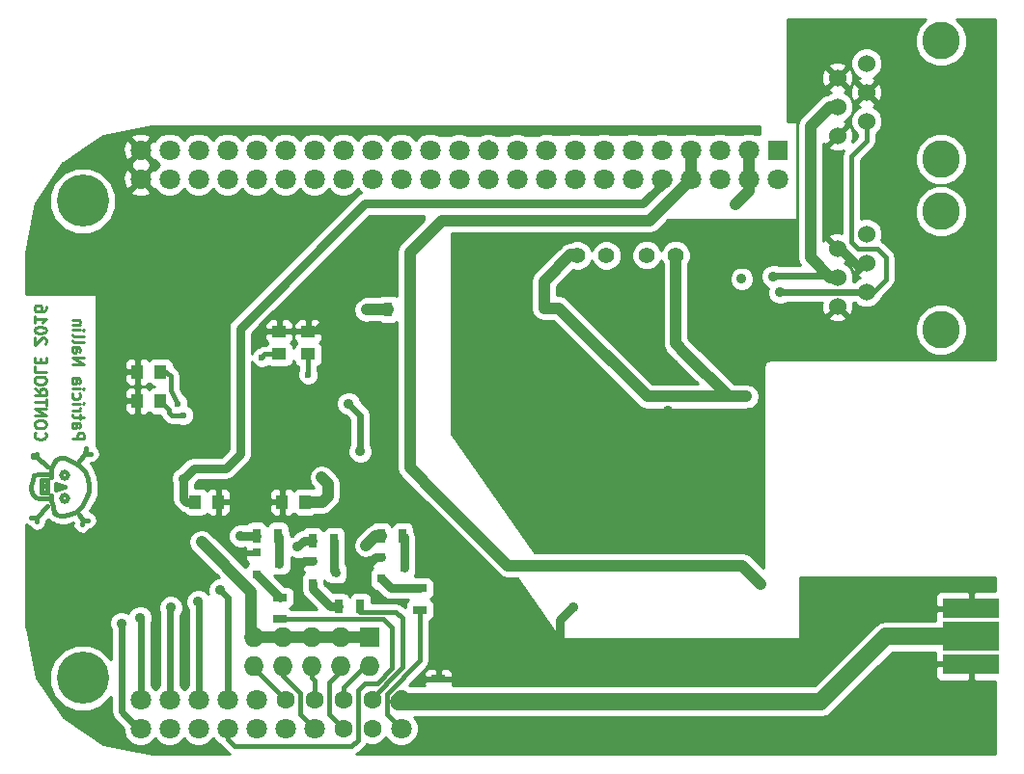
<source format=gbr>
G04 #@! TF.FileFunction,Copper,L2,Bot,Signal*
%FSLAX46Y46*%
G04 Gerber Fmt 4.6, Leading zero omitted, Abs format (unit mm)*
G04 Created by KiCad (PCBNEW 4.0.2+e4-6225~38~ubuntu15.10.1-stable) date Seg 30 Mai 2016 09:09:38 BRT*
%MOMM*%
G01*
G04 APERTURE LIST*
%ADD10C,0.100000*%
%ADD11C,0.250000*%
%ADD12C,0.381000*%
%ADD13C,1.524000*%
%ADD14C,3.300000*%
%ADD15C,4.572000*%
%ADD16R,1.800000X1.800000*%
%ADD17C,1.800000*%
%ADD18C,1.600000*%
%ADD19R,0.800100X0.800100*%
%ADD20R,1.000000X1.250000*%
%ADD21R,1.250000X1.000000*%
%ADD22R,0.700000X1.300000*%
%ADD23R,5.000000X2.500000*%
%ADD24R,5.000000X1.800000*%
%ADD25R,1.300000X0.700000*%
%ADD26C,1.397000*%
%ADD27R,1.727200X1.727200*%
%ADD28O,1.727200X1.727200*%
%ADD29C,0.900000*%
%ADD30C,0.600000*%
%ADD31C,1.000000*%
%ADD32C,0.800000*%
%ADD33C,0.600000*%
%ADD34C,0.400000*%
%ADD35C,1.500000*%
%ADD36C,0.254000*%
G04 APERTURE END LIST*
D10*
D11*
X110112819Y-104968705D02*
X111112819Y-104968705D01*
X111112819Y-104587752D01*
X111065200Y-104492514D01*
X111017581Y-104444895D01*
X110922343Y-104397276D01*
X110779486Y-104397276D01*
X110684248Y-104444895D01*
X110636629Y-104492514D01*
X110589010Y-104587752D01*
X110589010Y-104968705D01*
X110112819Y-103540133D02*
X110636629Y-103540133D01*
X110731867Y-103587752D01*
X110779486Y-103682990D01*
X110779486Y-103873467D01*
X110731867Y-103968705D01*
X110160438Y-103540133D02*
X110112819Y-103635371D01*
X110112819Y-103873467D01*
X110160438Y-103968705D01*
X110255676Y-104016324D01*
X110350914Y-104016324D01*
X110446152Y-103968705D01*
X110493771Y-103873467D01*
X110493771Y-103635371D01*
X110541390Y-103540133D01*
X110779486Y-103206800D02*
X110779486Y-102825848D01*
X111112819Y-103063943D02*
X110255676Y-103063943D01*
X110160438Y-103016324D01*
X110112819Y-102921086D01*
X110112819Y-102825848D01*
X110112819Y-102492514D02*
X110779486Y-102492514D01*
X110589010Y-102492514D02*
X110684248Y-102444895D01*
X110731867Y-102397276D01*
X110779486Y-102302038D01*
X110779486Y-102206799D01*
X110112819Y-101873466D02*
X110779486Y-101873466D01*
X111160438Y-101778228D02*
X111017581Y-101921085D01*
X110160438Y-100968704D02*
X110112819Y-101063942D01*
X110112819Y-101254419D01*
X110160438Y-101349657D01*
X110208057Y-101397276D01*
X110303295Y-101444895D01*
X110589010Y-101444895D01*
X110684248Y-101397276D01*
X110731867Y-101349657D01*
X110779486Y-101254419D01*
X110779486Y-101063942D01*
X110731867Y-100968704D01*
X110112819Y-100540133D02*
X110779486Y-100540133D01*
X111112819Y-100540133D02*
X111065200Y-100587752D01*
X111017581Y-100540133D01*
X111065200Y-100492514D01*
X111112819Y-100540133D01*
X111017581Y-100540133D01*
X110112819Y-99635371D02*
X110636629Y-99635371D01*
X110731867Y-99682990D01*
X110779486Y-99778228D01*
X110779486Y-99968705D01*
X110731867Y-100063943D01*
X110160438Y-99635371D02*
X110112819Y-99730609D01*
X110112819Y-99968705D01*
X110160438Y-100063943D01*
X110255676Y-100111562D01*
X110350914Y-100111562D01*
X110446152Y-100063943D01*
X110493771Y-99968705D01*
X110493771Y-99730609D01*
X110541390Y-99635371D01*
X110112819Y-98397276D02*
X111112819Y-98397276D01*
X110112819Y-97825847D01*
X111112819Y-97825847D01*
X110112819Y-96921085D02*
X110636629Y-96921085D01*
X110731867Y-96968704D01*
X110779486Y-97063942D01*
X110779486Y-97254419D01*
X110731867Y-97349657D01*
X110160438Y-96921085D02*
X110112819Y-97016323D01*
X110112819Y-97254419D01*
X110160438Y-97349657D01*
X110255676Y-97397276D01*
X110350914Y-97397276D01*
X110446152Y-97349657D01*
X110493771Y-97254419D01*
X110493771Y-97016323D01*
X110541390Y-96921085D01*
X110112819Y-96302038D02*
X110160438Y-96397276D01*
X110255676Y-96444895D01*
X111112819Y-96444895D01*
X110112819Y-95778228D02*
X110160438Y-95873466D01*
X110255676Y-95921085D01*
X111112819Y-95921085D01*
X110112819Y-95397275D02*
X110779486Y-95397275D01*
X111112819Y-95397275D02*
X111065200Y-95444894D01*
X111017581Y-95397275D01*
X111065200Y-95349656D01*
X111112819Y-95397275D01*
X111017581Y-95397275D01*
X110779486Y-94921085D02*
X110112819Y-94921085D01*
X110684248Y-94921085D02*
X110731867Y-94873466D01*
X110779486Y-94778228D01*
X110779486Y-94635370D01*
X110731867Y-94540132D01*
X110636629Y-94492513D01*
X110112819Y-94492513D01*
X106908057Y-104397276D02*
X106860438Y-104444895D01*
X106812819Y-104587752D01*
X106812819Y-104682990D01*
X106860438Y-104825848D01*
X106955676Y-104921086D01*
X107050914Y-104968705D01*
X107241390Y-105016324D01*
X107384248Y-105016324D01*
X107574724Y-104968705D01*
X107669962Y-104921086D01*
X107765200Y-104825848D01*
X107812819Y-104682990D01*
X107812819Y-104587752D01*
X107765200Y-104444895D01*
X107717581Y-104397276D01*
X107812819Y-103778229D02*
X107812819Y-103587752D01*
X107765200Y-103492514D01*
X107669962Y-103397276D01*
X107479486Y-103349657D01*
X107146152Y-103349657D01*
X106955676Y-103397276D01*
X106860438Y-103492514D01*
X106812819Y-103587752D01*
X106812819Y-103778229D01*
X106860438Y-103873467D01*
X106955676Y-103968705D01*
X107146152Y-104016324D01*
X107479486Y-104016324D01*
X107669962Y-103968705D01*
X107765200Y-103873467D01*
X107812819Y-103778229D01*
X106812819Y-102921086D02*
X107812819Y-102921086D01*
X106812819Y-102349657D01*
X107812819Y-102349657D01*
X107812819Y-102016324D02*
X107812819Y-101444895D01*
X106812819Y-101730610D02*
X107812819Y-101730610D01*
X106812819Y-100540133D02*
X107289010Y-100873467D01*
X106812819Y-101111562D02*
X107812819Y-101111562D01*
X107812819Y-100730609D01*
X107765200Y-100635371D01*
X107717581Y-100587752D01*
X107622343Y-100540133D01*
X107479486Y-100540133D01*
X107384248Y-100587752D01*
X107336629Y-100635371D01*
X107289010Y-100730609D01*
X107289010Y-101111562D01*
X107812819Y-99921086D02*
X107812819Y-99730609D01*
X107765200Y-99635371D01*
X107669962Y-99540133D01*
X107479486Y-99492514D01*
X107146152Y-99492514D01*
X106955676Y-99540133D01*
X106860438Y-99635371D01*
X106812819Y-99730609D01*
X106812819Y-99921086D01*
X106860438Y-100016324D01*
X106955676Y-100111562D01*
X107146152Y-100159181D01*
X107479486Y-100159181D01*
X107669962Y-100111562D01*
X107765200Y-100016324D01*
X107812819Y-99921086D01*
X106812819Y-98587752D02*
X106812819Y-99063943D01*
X107812819Y-99063943D01*
X107336629Y-98254419D02*
X107336629Y-97921085D01*
X106812819Y-97778228D02*
X106812819Y-98254419D01*
X107812819Y-98254419D01*
X107812819Y-97778228D01*
X107717581Y-96635371D02*
X107765200Y-96587752D01*
X107812819Y-96492514D01*
X107812819Y-96254418D01*
X107765200Y-96159180D01*
X107717581Y-96111561D01*
X107622343Y-96063942D01*
X107527105Y-96063942D01*
X107384248Y-96111561D01*
X106812819Y-96682990D01*
X106812819Y-96063942D01*
X107812819Y-95444895D02*
X107812819Y-95349656D01*
X107765200Y-95254418D01*
X107717581Y-95206799D01*
X107622343Y-95159180D01*
X107431867Y-95111561D01*
X107193771Y-95111561D01*
X107003295Y-95159180D01*
X106908057Y-95206799D01*
X106860438Y-95254418D01*
X106812819Y-95349656D01*
X106812819Y-95444895D01*
X106860438Y-95540133D01*
X106908057Y-95587752D01*
X107003295Y-95635371D01*
X107193771Y-95682990D01*
X107431867Y-95682990D01*
X107622343Y-95635371D01*
X107717581Y-95587752D01*
X107765200Y-95540133D01*
X107812819Y-95444895D01*
X106812819Y-94159180D02*
X106812819Y-94730609D01*
X106812819Y-94444895D02*
X107812819Y-94444895D01*
X107669962Y-94540133D01*
X107574724Y-94635371D01*
X107527105Y-94730609D01*
X107812819Y-93302037D02*
X107812819Y-93492514D01*
X107765200Y-93587752D01*
X107717581Y-93635371D01*
X107574724Y-93730609D01*
X107384248Y-93778228D01*
X107003295Y-93778228D01*
X106908057Y-93730609D01*
X106860438Y-93682990D01*
X106812819Y-93587752D01*
X106812819Y-93397275D01*
X106860438Y-93302037D01*
X106908057Y-93254418D01*
X107003295Y-93206799D01*
X107241390Y-93206799D01*
X107336629Y-93254418D01*
X107384248Y-93302037D01*
X107431867Y-93397275D01*
X107431867Y-93587752D01*
X107384248Y-93682990D01*
X107336629Y-93730609D01*
X107241390Y-93778228D01*
D12*
X107035600Y-106502200D02*
X106654600Y-106502200D01*
X106654600Y-106502200D02*
X106654600Y-106375200D01*
X107924600Y-107391200D02*
X107035600Y-106502200D01*
X107035600Y-106502200D02*
X107035600Y-106248200D01*
X111099600Y-112090200D02*
X110972600Y-112471200D01*
X111099600Y-112090200D02*
X111480600Y-112090200D01*
X110718600Y-111582200D02*
X111099600Y-112090200D01*
X107035600Y-111836200D02*
X106527600Y-111836200D01*
X107035600Y-111836200D02*
X107035600Y-112217200D01*
X107924600Y-110820200D02*
X107035600Y-111836200D01*
X111226600Y-106248200D02*
X111353600Y-105740200D01*
X111226600Y-106248200D02*
X111734600Y-106248200D01*
X110718600Y-106883200D02*
X111226600Y-106248200D01*
X107797600Y-109042200D02*
X107543600Y-109042200D01*
X107924600Y-109677200D02*
X107924600Y-108534200D01*
X107924600Y-108534200D02*
X107416600Y-108534200D01*
X107416600Y-108534200D02*
X107416600Y-109677200D01*
X107416600Y-109677200D02*
X107924600Y-109677200D01*
X109732581Y-110185200D02*
G75*
G03X109732581Y-110185200I-283981J0D01*
G01*
X109732581Y-108153200D02*
G75*
G03X109732581Y-108153200I-283981J0D01*
G01*
X109448600Y-109169200D02*
X108686600Y-108915200D01*
X108686600Y-108915200D02*
X108686600Y-109423200D01*
X108686600Y-109423200D02*
X109448600Y-109169200D01*
X107162600Y-110185200D02*
X106908600Y-110058200D01*
X106908600Y-110058200D02*
X106654600Y-109804200D01*
X106654600Y-109804200D02*
X106527600Y-109423200D01*
X108305600Y-108026200D02*
X107543600Y-108026200D01*
X107543600Y-108026200D02*
X107162600Y-108026200D01*
X107162600Y-108026200D02*
X106781600Y-108153200D01*
X106781600Y-108153200D02*
X106654600Y-108534200D01*
X106654600Y-108534200D02*
X106527600Y-109042200D01*
X106527600Y-109042200D02*
X106527600Y-109423200D01*
X107162600Y-110185200D02*
X107543600Y-110185200D01*
X107543600Y-110185200D02*
X108305600Y-110185200D01*
X109067600Y-111709200D02*
X108813600Y-111582200D01*
X108813600Y-111582200D02*
X108559600Y-111455200D01*
X108559600Y-111455200D02*
X108432600Y-110947200D01*
X108432600Y-110947200D02*
X108305600Y-110312200D01*
X108305600Y-110312200D02*
X108305600Y-109931200D01*
X109067600Y-111709200D02*
X109321600Y-111709200D01*
X109321600Y-111709200D02*
X109829600Y-111582200D01*
X109829600Y-111582200D02*
X110464600Y-111328200D01*
X110464600Y-111328200D02*
X110972600Y-110820200D01*
X110972600Y-110820200D02*
X111353600Y-110185200D01*
X111353600Y-110185200D02*
X111607600Y-109550200D01*
X111607600Y-109550200D02*
X111607600Y-109042200D01*
X111607600Y-109042200D02*
X111480600Y-108407200D01*
X111480600Y-108407200D02*
X111226600Y-107772200D01*
X111226600Y-107772200D02*
X110718600Y-107264200D01*
X110718600Y-107264200D02*
X110337600Y-107010200D01*
X110337600Y-107010200D02*
X109829600Y-106756200D01*
X109829600Y-106756200D02*
X109448600Y-106629200D01*
X109448600Y-106629200D02*
X109067600Y-106629200D01*
X109067600Y-106629200D02*
X108686600Y-106756200D01*
X108686600Y-106756200D02*
X108559600Y-107010200D01*
X108559600Y-107010200D02*
X108305600Y-107518200D01*
X108305600Y-107518200D02*
X108305600Y-107899200D01*
X108305600Y-107899200D02*
X108305600Y-108280200D01*
D13*
X177251340Y-75788520D03*
X177251340Y-73248520D03*
X177251340Y-78328520D03*
X179791340Y-71978520D03*
X179791340Y-74518520D03*
X179791340Y-77058520D03*
D14*
X186319140Y-80370680D03*
X186321680Y-69997320D03*
D15*
X111036100Y-84048600D03*
X111036100Y-125958600D03*
D16*
X171996100Y-79603600D03*
D17*
X171996100Y-82143600D03*
X169456100Y-79603600D03*
X169456100Y-82143600D03*
X166916100Y-79603600D03*
X166916100Y-82143600D03*
X164376100Y-79603600D03*
X164376100Y-82143600D03*
X161836100Y-79603600D03*
X161836100Y-82143600D03*
X159296100Y-79603600D03*
X159296100Y-82143600D03*
X156756100Y-79603600D03*
X156756100Y-82143600D03*
X154216100Y-79603600D03*
X154216100Y-82143600D03*
X151676100Y-79603600D03*
X151676100Y-82143600D03*
X149136100Y-79603600D03*
X149136100Y-82143600D03*
X146596100Y-79603600D03*
X146596100Y-82143600D03*
X144056100Y-79603600D03*
X144056100Y-82143600D03*
X141516100Y-79603600D03*
X141516100Y-82143600D03*
X138976100Y-79603600D03*
X138976100Y-82143600D03*
X136436100Y-79603600D03*
X136436100Y-82143600D03*
X133896100Y-79603600D03*
X133896100Y-82143600D03*
X131356100Y-79603600D03*
X131356100Y-82143600D03*
X128816100Y-79603600D03*
X128816100Y-82143600D03*
X126276100Y-79603600D03*
X126276100Y-82143600D03*
X123736100Y-79603600D03*
X123736100Y-82143600D03*
X121196100Y-79603600D03*
X121196100Y-82143600D03*
X118656100Y-79603600D03*
X118656100Y-82143600D03*
X116116100Y-79603600D03*
X116116100Y-82143600D03*
D18*
X138976100Y-127863600D03*
D17*
X138976100Y-130403600D03*
D18*
X136436100Y-127863600D03*
X136436100Y-130403600D03*
X133896100Y-127863600D03*
X133896100Y-130403600D03*
X131356100Y-127863600D03*
D17*
X131356100Y-130403600D03*
D18*
X128816100Y-127863600D03*
D17*
X128816100Y-130403600D03*
X126276100Y-127863600D03*
X126276100Y-130403600D03*
X123736100Y-127863600D03*
X123736100Y-130403600D03*
X121196100Y-127863600D03*
X121196100Y-130403600D03*
X118656100Y-127863600D03*
X118656100Y-130403600D03*
X116116100Y-127863600D03*
X116116100Y-130403600D03*
D19*
X126278640Y-116850200D03*
X126278640Y-114950200D03*
X128277620Y-115900200D03*
D20*
X130540000Y-110490000D03*
X128540000Y-110490000D03*
X117840000Y-99060000D03*
X115840000Y-99060000D03*
X117840000Y-101600000D03*
X115840000Y-101600000D03*
D21*
X130810000Y-95520000D03*
X130810000Y-97520000D03*
D20*
X122920000Y-110490000D03*
X120920000Y-110490000D03*
D21*
X128270000Y-97520000D03*
X128270000Y-95520000D03*
D22*
X139735600Y-93573600D03*
X137835600Y-93573600D03*
D13*
X177251340Y-90774520D03*
X177251340Y-88234520D03*
X177251340Y-93314520D03*
X179791340Y-86964520D03*
X179791340Y-89504520D03*
X179791340Y-92044520D03*
D14*
X186319140Y-95356680D03*
X186321680Y-84983320D03*
D23*
X188976000Y-122301000D03*
D24*
X188976000Y-124741000D03*
X188976000Y-119861000D03*
D25*
X142240000Y-127950000D03*
X142240000Y-126050000D03*
D26*
X154432000Y-88849200D03*
X156972000Y-88849200D03*
X163042600Y-88823800D03*
X160502600Y-88823800D03*
D27*
X136194800Y-122377200D03*
D28*
X136194800Y-124917200D03*
X133654800Y-122377200D03*
X133654800Y-124917200D03*
X131114800Y-122377200D03*
X131114800Y-124917200D03*
X128574800Y-122377200D03*
X128574800Y-124917200D03*
X126034800Y-122377200D03*
X126034800Y-124917200D03*
D19*
X137213340Y-117243900D03*
X137213340Y-115343900D03*
X139212320Y-116293900D03*
X131206240Y-117624900D03*
X131206240Y-115724900D03*
X133205220Y-116674900D03*
D25*
X140614400Y-118074400D03*
X140614400Y-119974400D03*
D22*
X137200600Y-113487200D03*
X139100600Y-113487200D03*
X133492200Y-119684800D03*
X135392200Y-119684800D03*
X131180800Y-113893600D03*
X133080800Y-113893600D03*
D25*
X128320800Y-118887200D03*
X128320800Y-120787200D03*
D22*
X126278600Y-113449100D03*
X128178600Y-113449100D03*
D29*
X142240000Y-109931200D03*
X170535600Y-117703600D03*
X169249600Y-101260400D03*
X151511000Y-93472000D03*
X163931600Y-97459800D03*
X161848800Y-98196400D03*
X169443400Y-112445800D03*
X158445200Y-96875600D03*
X162356800Y-102514400D03*
X149656800Y-108559600D03*
X150622000Y-102616000D03*
X131978400Y-108356400D03*
X121462800Y-113995200D03*
D30*
X130810000Y-99314000D03*
X126746000Y-97790000D03*
X119380000Y-101854000D03*
D29*
X168275000Y-84328000D03*
D30*
X119888000Y-102870000D03*
D29*
X119888000Y-108458000D03*
X135940800Y-93624400D03*
X172212000Y-92100400D03*
X171602400Y-90678000D03*
X134366000Y-101854000D03*
X135382000Y-106045000D03*
X123063000Y-118237000D03*
X121158000Y-119253000D03*
X118745000Y-119761000D03*
X116078000Y-120650000D03*
X114427000Y-121158000D03*
X129603500Y-117221000D03*
X154076400Y-119735600D03*
X134239000Y-92456000D03*
X125603000Y-110744000D03*
X135890000Y-114300000D03*
X129895600Y-114452400D03*
X124866400Y-113487200D03*
X168833800Y-90906600D03*
D31*
X164376100Y-79603600D02*
X164376100Y-82143600D01*
X164376100Y-82143600D02*
X160718500Y-85801200D01*
X139735600Y-88585000D02*
X139735600Y-107477600D01*
X142519400Y-85801200D02*
X139735600Y-88585000D01*
X160718500Y-85801200D02*
X142519400Y-85801200D01*
D32*
X142240000Y-109931200D02*
X142214600Y-109956600D01*
X142214600Y-109956600D02*
X142240000Y-109931200D01*
X142240000Y-109931200D02*
X142240000Y-109982000D01*
D31*
X170535600Y-117703600D02*
X168910000Y-116078000D01*
X139735600Y-93573600D02*
X139735600Y-93055400D01*
X168910000Y-116078000D02*
X148336000Y-116078000D01*
X148336000Y-116078000D02*
X142240000Y-109982000D01*
X142240000Y-109982000D02*
X139735600Y-107477600D01*
X139735600Y-107477600D02*
X139735600Y-93573600D01*
D33*
X169249600Y-101260400D02*
X169265600Y-101244400D01*
D31*
X163042600Y-88823800D02*
X163042600Y-96570800D01*
X167716200Y-101244400D02*
X169265600Y-101244400D01*
X151511000Y-93472000D02*
X152781000Y-93472000D01*
X152781000Y-93472000D02*
X160553400Y-101244400D01*
X160553400Y-101244400D02*
X169265600Y-101244400D01*
X154584400Y-88798400D02*
X153822400Y-88798400D01*
X151511000Y-91109800D02*
X151511000Y-93472000D01*
X153822400Y-88798400D02*
X151511000Y-91109800D01*
X157480000Y-98171000D02*
X152781000Y-93472000D01*
X163042600Y-96570800D02*
X163931600Y-97485200D01*
X163931600Y-97485200D02*
X167716200Y-101244400D01*
D34*
X163931600Y-97459800D02*
X163918900Y-97472500D01*
X163918900Y-97472500D02*
X163931600Y-97459800D01*
X163931600Y-97459800D02*
X163931600Y-97485200D01*
X162356800Y-102514400D02*
X162356800Y-102666800D01*
X149656800Y-108585000D02*
X149733000Y-108585000D01*
X149656800Y-108559600D02*
X149656800Y-108585000D01*
D31*
X149733000Y-108585000D02*
X149606000Y-108585000D01*
X150622000Y-107696000D02*
X149733000Y-108585000D01*
X150622000Y-107315000D02*
X150622000Y-107696000D01*
X150622000Y-102616000D02*
X150622000Y-107315000D01*
D32*
X179039520Y-89758520D02*
X177769520Y-88488520D01*
D31*
X132029200Y-110490000D02*
X130540000Y-110490000D01*
X132537200Y-109982000D02*
X132029200Y-110490000D01*
X132537200Y-108915200D02*
X132537200Y-109982000D01*
X131978400Y-108356400D02*
X132537200Y-108915200D01*
X169456100Y-79603600D02*
X169456100Y-83146900D01*
X169456100Y-83146900D02*
X168275000Y-84328000D01*
X136194800Y-122377200D02*
X126034800Y-122377200D01*
X126034800Y-122377200D02*
X125831600Y-122174000D01*
X125831600Y-122174000D02*
X125831600Y-118364000D01*
X125831600Y-118364000D02*
X121462800Y-113995200D01*
D34*
X130810000Y-99314000D02*
X130810000Y-97520000D01*
X127016000Y-97520000D02*
X128270000Y-97520000D01*
X126746000Y-97790000D02*
X127016000Y-97520000D01*
X118364000Y-99060000D02*
X117840000Y-99060000D01*
X118745000Y-99441000D02*
X118364000Y-99060000D01*
X118745000Y-100711000D02*
X118745000Y-99441000D01*
X119380000Y-101854000D02*
X118745000Y-100711000D01*
D32*
X169456100Y-82143600D02*
X169456100Y-79603600D01*
X169456100Y-83146900D02*
X168275000Y-84328000D01*
X169456100Y-82143600D02*
X169456100Y-83146900D01*
D34*
X118618000Y-102378000D02*
X117840000Y-101600000D01*
X118618000Y-102616000D02*
X118618000Y-102378000D01*
X118872000Y-102870000D02*
X118618000Y-102616000D01*
X119888000Y-102870000D02*
X118872000Y-102870000D01*
D32*
X123571000Y-107569000D02*
X120777000Y-107569000D01*
X124841000Y-106299000D02*
X123571000Y-107569000D01*
X124841000Y-95250000D02*
X124841000Y-106299000D01*
X120777000Y-107569000D02*
X119888000Y-108458000D01*
X119888000Y-110236000D02*
X120142000Y-110490000D01*
X120142000Y-110490000D02*
X120920000Y-110490000D01*
X119888000Y-108458000D02*
X119888000Y-110236000D01*
D34*
X161836100Y-82143600D02*
X162331400Y-82143600D01*
D32*
X135788400Y-84302600D02*
X124841000Y-95250000D01*
X160172400Y-84302600D02*
X135788400Y-84302600D01*
X162331400Y-82143600D02*
X160172400Y-84302600D01*
D31*
X135991600Y-93573600D02*
X137835600Y-93573600D01*
X135940800Y-93624400D02*
X135991600Y-93573600D01*
D34*
X179791340Y-92044520D02*
X180370480Y-92044520D01*
X180370480Y-92044520D02*
X181483000Y-90932000D01*
X179791340Y-78780660D02*
X179791340Y-77058520D01*
X178435000Y-80137000D02*
X179791340Y-78780660D01*
X178435000Y-87630000D02*
X178435000Y-80137000D01*
X179070000Y-88265000D02*
X178435000Y-87630000D01*
X180721000Y-88265000D02*
X179070000Y-88265000D01*
X181483000Y-89027000D02*
X180721000Y-88265000D01*
X181483000Y-90932000D02*
X181483000Y-89027000D01*
D33*
X172267880Y-92044520D02*
X179791340Y-92044520D01*
X172212000Y-92100400D02*
X172267880Y-92044520D01*
D31*
X177251340Y-75788520D02*
X176560480Y-75788520D01*
X176560480Y-75788520D02*
X174879000Y-77470000D01*
X174879000Y-77470000D02*
X174879000Y-89027000D01*
X174879000Y-89027000D02*
X176626520Y-90774520D01*
X176626520Y-90774520D02*
X177251340Y-90774520D01*
D33*
X171602400Y-90678000D02*
X171571920Y-90647520D01*
X171571920Y-90647520D02*
X177218340Y-90647520D01*
X134366000Y-101854000D02*
X135382000Y-102870000D01*
X135382000Y-102870000D02*
X135382000Y-106045000D01*
X123063000Y-118237000D02*
X123736100Y-118910100D01*
X123736100Y-118910100D02*
X123736100Y-127863600D01*
D34*
X121196100Y-119291100D02*
X121158000Y-119253000D01*
D33*
X121196100Y-127863600D02*
X121196100Y-119291100D01*
X118656100Y-119849900D02*
X118656100Y-127863600D01*
D34*
X118745000Y-119761000D02*
X118656100Y-119849900D01*
D33*
X116116100Y-127863600D02*
X116116100Y-120688100D01*
D34*
X116116100Y-120688100D02*
X116078000Y-120650000D01*
D33*
X114427000Y-121158000D02*
X114427000Y-128905000D01*
X114427000Y-128905000D02*
X115925600Y-130403600D01*
D34*
X115925600Y-130403600D02*
X116116100Y-130403600D01*
D35*
X181488080Y-122301000D02*
X188976000Y-122301000D01*
X138734800Y-128005840D02*
X175783240Y-128005840D01*
X138976100Y-127764540D02*
X138734800Y-128005840D01*
X175783240Y-128005840D02*
X181488080Y-122301000D01*
D31*
X138976100Y-127863600D02*
X138976100Y-127764540D01*
D32*
X138976100Y-127863600D02*
X138976100Y-127825500D01*
D33*
X146596100Y-79603600D02*
X146596100Y-78981300D01*
D32*
X131206240Y-115724900D02*
X130426500Y-115724900D01*
X129603500Y-116547900D02*
X129603500Y-117221000D01*
X130426500Y-115724900D02*
X129603500Y-116547900D01*
X137213340Y-115343900D02*
X136725700Y-115343900D01*
X136725700Y-115343900D02*
X135356600Y-116713000D01*
D33*
X154076400Y-119735600D02*
X154063700Y-119722900D01*
X154063700Y-119722900D02*
X154101800Y-119684800D01*
D32*
X152908000Y-120878600D02*
X154101800Y-119684800D01*
X152908000Y-123444000D02*
X152908000Y-120878600D01*
D34*
X130810000Y-95520000D02*
X131175000Y-95520000D01*
X131175000Y-95520000D02*
X134239000Y-92456000D01*
X125349000Y-110490000D02*
X125603000Y-110744000D01*
X122920000Y-110490000D02*
X125349000Y-110490000D01*
X140614400Y-119974400D02*
X140614400Y-124434600D01*
X140614400Y-124434600D02*
X137706100Y-127342900D01*
X137706100Y-127342900D02*
X137706100Y-129133600D01*
X137706100Y-129133600D02*
X138976100Y-130403600D01*
X138976100Y-130403600D02*
X138976100Y-130340100D01*
X138531600Y-120142000D02*
X135318500Y-120142000D01*
X139090400Y-120700800D02*
X138531600Y-120142000D01*
X139090400Y-125039120D02*
X139090400Y-120700800D01*
X136207500Y-127922020D02*
X139090400Y-125039120D01*
X136436100Y-127863600D02*
X136436100Y-127469900D01*
X123736100Y-130403600D02*
X123736100Y-131330700D01*
X134609840Y-131963160D02*
X135178800Y-131394200D01*
X124368560Y-131963160D02*
X134609840Y-131963160D01*
X123736100Y-131330700D02*
X124368560Y-131963160D01*
X135813800Y-126403100D02*
X136842500Y-126403100D01*
X135178800Y-127038100D02*
X135813800Y-126403100D01*
X135178800Y-131394200D02*
X135178800Y-127038100D01*
X136842500Y-126403100D02*
X138176000Y-125069600D01*
X137398800Y-120787200D02*
X128320800Y-120787200D01*
X138176000Y-121564400D02*
X137398800Y-120787200D01*
X138176000Y-125069600D02*
X138176000Y-121564400D01*
X136194800Y-124917200D02*
X135763000Y-124917200D01*
X135763000Y-124917200D02*
X133896100Y-126784100D01*
X133896100Y-126784100D02*
X133896100Y-127863600D01*
X133896100Y-127876300D02*
X133896100Y-127863600D01*
X133654800Y-124917200D02*
X133654800Y-125336300D01*
X132638800Y-126352300D02*
X132638800Y-129146300D01*
X132638800Y-129146300D02*
X133896100Y-130403600D01*
X133654800Y-125336300D02*
X132638800Y-126352300D01*
X131356100Y-127863600D02*
X131356100Y-126174500D01*
X131114800Y-125933200D02*
X131114800Y-124917200D01*
X131356100Y-126174500D02*
X131114800Y-125933200D01*
X131114800Y-127622300D02*
X131356100Y-127863600D01*
X128625600Y-125780800D02*
X128625600Y-124968000D01*
X128625600Y-124968000D02*
X128574800Y-124917200D01*
X130098800Y-129146300D02*
X131356100Y-130403600D01*
X130098800Y-127254000D02*
X130098800Y-129146300D01*
X128574800Y-125730000D02*
X128625600Y-125780800D01*
X128625600Y-125780800D02*
X130098800Y-127254000D01*
X126034800Y-125069600D02*
X128816100Y-127850900D01*
X128816100Y-127863600D02*
X128816100Y-127863600D01*
D32*
X139212320Y-116293900D02*
X139212320Y-113598920D01*
X139212320Y-113598920D02*
X139100600Y-113487200D01*
X140614400Y-118074400D02*
X138043840Y-118074400D01*
X138043840Y-118074400D02*
X137213340Y-117243900D01*
X133080760Y-115087400D02*
X133080760Y-116550440D01*
X133080760Y-116550440D02*
X133205220Y-116674900D01*
X133080760Y-113893640D02*
X133080800Y-113893600D01*
X133080760Y-115178800D02*
X133080760Y-115087400D01*
X133080760Y-115087400D02*
X133080760Y-113893640D01*
X131206240Y-117624900D02*
X131206240Y-118125240D01*
X132765800Y-119684800D02*
X133492200Y-119684800D01*
X131206240Y-118125240D02*
X132765800Y-119684800D01*
X128277620Y-115900200D02*
X128277620Y-113548120D01*
X128277620Y-113548120D02*
X128178600Y-113449100D01*
X128320800Y-118887200D02*
X128315640Y-118887200D01*
X128315640Y-118887200D02*
X126278640Y-116850200D01*
D34*
X128305560Y-118871960D02*
X128320800Y-118887200D01*
D31*
X137200600Y-113487200D02*
X136702800Y-113487200D01*
X136702800Y-113487200D02*
X135890000Y-114300000D01*
D32*
X129895600Y-114452400D02*
X130454400Y-113893600D01*
X130454400Y-113893600D02*
X131180800Y-113893600D01*
D34*
X131180800Y-113893600D02*
X130454400Y-113893600D01*
D32*
X126278600Y-113449100D02*
X124904500Y-113449100D01*
X124904500Y-113449100D02*
X124866400Y-113487200D01*
D11*
X168859200Y-90932000D02*
X168884600Y-90932000D01*
X168833800Y-90906600D02*
X168859200Y-90932000D01*
D36*
G36*
X184385681Y-68701281D02*
X184037077Y-69540811D01*
X184036284Y-70449841D01*
X184383422Y-71289978D01*
X185025641Y-71933319D01*
X185865171Y-72281923D01*
X186774201Y-72282716D01*
X187614338Y-71935578D01*
X188257679Y-71293359D01*
X188606283Y-70453829D01*
X188607076Y-69544799D01*
X188259938Y-68704662D01*
X187678292Y-68122000D01*
X191085000Y-68122000D01*
X191085000Y-76686954D01*
X191065000Y-76787500D01*
X191065000Y-97990000D01*
X171425000Y-97990000D01*
X171162862Y-98042143D01*
X170940632Y-98190632D01*
X170792143Y-98412862D01*
X170740000Y-98675000D01*
X170740000Y-116302867D01*
X169712566Y-115275434D01*
X169344346Y-115029397D01*
X168910000Y-114943000D01*
X150706423Y-114943000D01*
X143383000Y-104480967D01*
X143383000Y-91109800D01*
X150376000Y-91109800D01*
X150376000Y-93472000D01*
X150462397Y-93906346D01*
X150708434Y-94274566D01*
X151076654Y-94520603D01*
X151511000Y-94607000D01*
X152310868Y-94607000D01*
X155779502Y-98075634D01*
X159750833Y-102046966D01*
X159972981Y-102195400D01*
X160119054Y-102293003D01*
X160553400Y-102379400D01*
X169265600Y-102379400D01*
X169435710Y-102345563D01*
X169464473Y-102345588D01*
X169491290Y-102334507D01*
X169699946Y-102293003D01*
X170068166Y-102046966D01*
X170314203Y-101678746D01*
X170400600Y-101244400D01*
X170314203Y-100810054D01*
X170068166Y-100441834D01*
X169699946Y-100195797D01*
X169265600Y-100109400D01*
X168184095Y-100109400D01*
X164738488Y-96686918D01*
X164177600Y-96110004D01*
X164177600Y-95809201D01*
X184033744Y-95809201D01*
X184380882Y-96649338D01*
X185023101Y-97292679D01*
X185862631Y-97641283D01*
X186771661Y-97642076D01*
X187611798Y-97294938D01*
X188255139Y-96652719D01*
X188603743Y-95813189D01*
X188604536Y-94904159D01*
X188257398Y-94064022D01*
X187615179Y-93420681D01*
X186775649Y-93072077D01*
X185866619Y-93071284D01*
X185026482Y-93418422D01*
X184383141Y-94060641D01*
X184034537Y-94900171D01*
X184033744Y-95809201D01*
X164177600Y-95809201D01*
X164177600Y-94294733D01*
X176450732Y-94294733D01*
X176520197Y-94536917D01*
X177043642Y-94723664D01*
X177598708Y-94695882D01*
X177982483Y-94536917D01*
X178051948Y-94294733D01*
X177251340Y-93494125D01*
X176450732Y-94294733D01*
X164177600Y-94294733D01*
X164177600Y-91121473D01*
X167748612Y-91121473D01*
X167913446Y-91520400D01*
X168218395Y-91825882D01*
X168617033Y-91991411D01*
X169048673Y-91991788D01*
X169447600Y-91826954D01*
X169753082Y-91522005D01*
X169918611Y-91123367D01*
X169918812Y-90892873D01*
X170517212Y-90892873D01*
X170682046Y-91291800D01*
X170986995Y-91597282D01*
X171207988Y-91689046D01*
X171127189Y-91883633D01*
X171126812Y-92315273D01*
X171291646Y-92714200D01*
X171596595Y-93019682D01*
X171995233Y-93185211D01*
X172426873Y-93185588D01*
X172825800Y-93020754D01*
X172867106Y-92979520D01*
X175887613Y-92979520D01*
X175842196Y-93106822D01*
X175869978Y-93661888D01*
X176028943Y-94045663D01*
X176271127Y-94115128D01*
X177071735Y-93314520D01*
X177057593Y-93300378D01*
X177237198Y-93120773D01*
X177251340Y-93134915D01*
X177265483Y-93120773D01*
X177445088Y-93300378D01*
X177430945Y-93314520D01*
X178231553Y-94115128D01*
X178473737Y-94045663D01*
X178660484Y-93522218D01*
X178633321Y-92979520D01*
X178750775Y-92979520D01*
X178998970Y-93228149D01*
X179512240Y-93441277D01*
X180068001Y-93441762D01*
X180581643Y-93229530D01*
X180974969Y-92836890D01*
X181128342Y-92467526D01*
X182073434Y-91522434D01*
X182080842Y-91511347D01*
X182254439Y-91251541D01*
X182318000Y-90932000D01*
X182318000Y-89027000D01*
X182305799Y-88965663D01*
X182254440Y-88707460D01*
X182073434Y-88436566D01*
X181311434Y-87674566D01*
X181244736Y-87630000D01*
X181074806Y-87516456D01*
X181188097Y-87243620D01*
X181188582Y-86687859D01*
X180976350Y-86174217D01*
X180583710Y-85780891D01*
X180070440Y-85567763D01*
X179514679Y-85567278D01*
X179270000Y-85668377D01*
X179270000Y-85435841D01*
X184036284Y-85435841D01*
X184383422Y-86275978D01*
X185025641Y-86919319D01*
X185865171Y-87267923D01*
X186774201Y-87268716D01*
X187614338Y-86921578D01*
X188257679Y-86279359D01*
X188606283Y-85439829D01*
X188607076Y-84530799D01*
X188259938Y-83690662D01*
X187617719Y-83047321D01*
X186778189Y-82698717D01*
X185869159Y-82697924D01*
X185029022Y-83045062D01*
X184385681Y-83687281D01*
X184037077Y-84526811D01*
X184036284Y-85435841D01*
X179270000Y-85435841D01*
X179270000Y-80823201D01*
X184033744Y-80823201D01*
X184380882Y-81663338D01*
X185023101Y-82306679D01*
X185862631Y-82655283D01*
X186771661Y-82656076D01*
X187611798Y-82308938D01*
X188255139Y-81666719D01*
X188603743Y-80827189D01*
X188604536Y-79918159D01*
X188257398Y-79078022D01*
X187615179Y-78434681D01*
X186775649Y-78086077D01*
X185866619Y-78085284D01*
X185026482Y-78432422D01*
X184383141Y-79074641D01*
X184034537Y-79914171D01*
X184033744Y-80823201D01*
X179270000Y-80823201D01*
X179270000Y-80482868D01*
X180381774Y-79371094D01*
X180431329Y-79296930D01*
X180562779Y-79100201D01*
X180626340Y-78780660D01*
X180626340Y-78198911D01*
X180974969Y-77850890D01*
X181188097Y-77337620D01*
X181188582Y-76781859D01*
X180976350Y-76268217D01*
X180583710Y-75874891D01*
X180391613Y-75795125D01*
X180522483Y-75740917D01*
X180591948Y-75498733D01*
X179791340Y-74698125D01*
X178990732Y-75498733D01*
X179060197Y-75740917D01*
X179200658Y-75791029D01*
X179001037Y-75873510D01*
X178607711Y-76266150D01*
X178394583Y-76779420D01*
X178394098Y-77335181D01*
X178606330Y-77848823D01*
X178956340Y-78199445D01*
X178956340Y-78434792D01*
X178552645Y-78838487D01*
X178660484Y-78536218D01*
X178632702Y-77981152D01*
X178473737Y-77597377D01*
X178231553Y-77527912D01*
X177430945Y-78328520D01*
X177445088Y-78342663D01*
X177265483Y-78522268D01*
X177251340Y-78508125D01*
X176450732Y-79308733D01*
X176520197Y-79550917D01*
X177043642Y-79737664D01*
X177598708Y-79709882D01*
X177787768Y-79631571D01*
X177663561Y-79817459D01*
X177600000Y-80137000D01*
X177600000Y-86875666D01*
X177459038Y-86825376D01*
X176903972Y-86853158D01*
X176520197Y-87012123D01*
X176450732Y-87254307D01*
X177251340Y-88054915D01*
X177265483Y-88040773D01*
X177445088Y-88220378D01*
X177430945Y-88234520D01*
X178231553Y-89035128D01*
X178473737Y-88965663D01*
X178506615Y-88873508D01*
X178528099Y-88887862D01*
X178382196Y-89296822D01*
X178409978Y-89851888D01*
X178568943Y-90235663D01*
X178811127Y-90305128D01*
X179611735Y-89504520D01*
X179597593Y-89490378D01*
X179777198Y-89310773D01*
X179791340Y-89324915D01*
X179805483Y-89310773D01*
X179985088Y-89490378D01*
X179970945Y-89504520D01*
X179985088Y-89518663D01*
X179805483Y-89698268D01*
X179791340Y-89684125D01*
X178990732Y-90484733D01*
X179060197Y-90726917D01*
X179200658Y-90777029D01*
X179001037Y-90859510D01*
X178750590Y-91109520D01*
X178624885Y-91109520D01*
X178648097Y-91053620D01*
X178648582Y-90497859D01*
X178436350Y-89984217D01*
X178043710Y-89590891D01*
X177851613Y-89511125D01*
X177982483Y-89456917D01*
X178051948Y-89214733D01*
X177251340Y-88414125D01*
X177237198Y-88428268D01*
X177057593Y-88248663D01*
X177071735Y-88234520D01*
X176271127Y-87433912D01*
X176028943Y-87503377D01*
X176014000Y-87545262D01*
X176014000Y-79023587D01*
X176028943Y-79059663D01*
X176271127Y-79129128D01*
X177071735Y-78328520D01*
X177057593Y-78314378D01*
X177237198Y-78134773D01*
X177251340Y-78148915D01*
X178051948Y-77348307D01*
X177982483Y-77106123D01*
X177842022Y-77056011D01*
X178041643Y-76973530D01*
X178434969Y-76580890D01*
X178648097Y-76067620D01*
X178648582Y-75511859D01*
X178436350Y-74998217D01*
X178043710Y-74604891D01*
X177851613Y-74525125D01*
X177982483Y-74470917D01*
X178028402Y-74310822D01*
X178382196Y-74310822D01*
X178409978Y-74865888D01*
X178568943Y-75249663D01*
X178811127Y-75319128D01*
X179611735Y-74518520D01*
X179970945Y-74518520D01*
X180771553Y-75319128D01*
X181013737Y-75249663D01*
X181200484Y-74726218D01*
X181172702Y-74171152D01*
X181013737Y-73787377D01*
X180771553Y-73717912D01*
X179970945Y-74518520D01*
X179611735Y-74518520D01*
X178811127Y-73717912D01*
X178568943Y-73787377D01*
X178382196Y-74310822D01*
X178028402Y-74310822D01*
X178051948Y-74228733D01*
X177251340Y-73428125D01*
X176450732Y-74228733D01*
X176520197Y-74470917D01*
X176660658Y-74521029D01*
X176461037Y-74603510D01*
X176373727Y-74690668D01*
X176126134Y-74739917D01*
X175757914Y-74985954D01*
X174076434Y-76667434D01*
X173830397Y-77035654D01*
X173744000Y-77470000D01*
X173744000Y-89027000D01*
X173830397Y-89461346D01*
X173998226Y-89712520D01*
X172106548Y-89712520D01*
X171819167Y-89593189D01*
X171387527Y-89592812D01*
X170988600Y-89757646D01*
X170683118Y-90062595D01*
X170517589Y-90461233D01*
X170517212Y-90892873D01*
X169918812Y-90892873D01*
X169918988Y-90691727D01*
X169754154Y-90292800D01*
X169449205Y-89987318D01*
X169050567Y-89821789D01*
X168618927Y-89821412D01*
X168220000Y-89986246D01*
X167914518Y-90291195D01*
X167748989Y-90689833D01*
X167748612Y-91121473D01*
X164177600Y-91121473D01*
X164177600Y-89567695D01*
X164375868Y-89090213D01*
X164376331Y-88559714D01*
X164173746Y-88069420D01*
X163798953Y-87693973D01*
X163309013Y-87490532D01*
X162778514Y-87490069D01*
X162288220Y-87692654D01*
X161912773Y-88067447D01*
X161772506Y-88405246D01*
X161633746Y-88069420D01*
X161258953Y-87693973D01*
X160769013Y-87490532D01*
X160238514Y-87490069D01*
X159748220Y-87692654D01*
X159372773Y-88067447D01*
X159169332Y-88557387D01*
X159168869Y-89087886D01*
X159371454Y-89578180D01*
X159746247Y-89953627D01*
X160236187Y-90157068D01*
X160766686Y-90157531D01*
X161256980Y-89954946D01*
X161632427Y-89580153D01*
X161772694Y-89242354D01*
X161907600Y-89568853D01*
X161907600Y-96570800D01*
X161949272Y-96780298D01*
X161987984Y-96990335D01*
X161992409Y-96997164D01*
X161993997Y-97005146D01*
X162112661Y-97182740D01*
X162228811Y-97361984D01*
X163117811Y-98276384D01*
X163126113Y-98282102D01*
X163131741Y-98290464D01*
X164962967Y-100109400D01*
X161023533Y-100109400D01*
X157468949Y-96554816D01*
X153583566Y-92669434D01*
X153531963Y-92634954D01*
X153215346Y-92423397D01*
X152781000Y-92337000D01*
X152646000Y-92337000D01*
X152646000Y-91579932D01*
X154079295Y-90146637D01*
X154165587Y-90182468D01*
X154696086Y-90182931D01*
X155186380Y-89980346D01*
X155561827Y-89605553D01*
X155702094Y-89267754D01*
X155840854Y-89603580D01*
X156215647Y-89979027D01*
X156705587Y-90182468D01*
X157236086Y-90182931D01*
X157726380Y-89980346D01*
X158101827Y-89605553D01*
X158305268Y-89115613D01*
X158305731Y-88585114D01*
X158103146Y-88094820D01*
X157728353Y-87719373D01*
X157238413Y-87515932D01*
X156707914Y-87515469D01*
X156217620Y-87718054D01*
X155842173Y-88092847D01*
X155701906Y-88430646D01*
X155563146Y-88094820D01*
X155188353Y-87719373D01*
X154698413Y-87515932D01*
X154167914Y-87515469D01*
X153798283Y-87668197D01*
X153388054Y-87749797D01*
X153095224Y-87945460D01*
X153019834Y-87995834D01*
X150708434Y-90307234D01*
X150462397Y-90675454D01*
X150376000Y-91109800D01*
X143383000Y-91109800D01*
X143383000Y-86936200D01*
X160718500Y-86936200D01*
X161152846Y-86849803D01*
X161521066Y-86603766D01*
X162399832Y-85725000D01*
X173609000Y-85725000D01*
X173658410Y-85714994D01*
X173700035Y-85686553D01*
X173727315Y-85644159D01*
X173736000Y-85598000D01*
X173736000Y-77216000D01*
X173725994Y-77166590D01*
X173697553Y-77124965D01*
X173655159Y-77097685D01*
X173609000Y-77089000D01*
X172846476Y-77089000D01*
X172897000Y-76835000D01*
X172884369Y-76771500D01*
X172897000Y-76708000D01*
X172897000Y-73040822D01*
X175842196Y-73040822D01*
X175869978Y-73595888D01*
X176028943Y-73979663D01*
X176271127Y-74049128D01*
X177071735Y-73248520D01*
X177430945Y-73248520D01*
X178231553Y-74049128D01*
X178473737Y-73979663D01*
X178660484Y-73456218D01*
X178632702Y-72901152D01*
X178473737Y-72517377D01*
X178231553Y-72447912D01*
X177430945Y-73248520D01*
X177071735Y-73248520D01*
X176271127Y-72447912D01*
X176028943Y-72517377D01*
X175842196Y-73040822D01*
X172897000Y-73040822D01*
X172897000Y-72268307D01*
X176450732Y-72268307D01*
X177251340Y-73068915D01*
X178051948Y-72268307D01*
X178048184Y-72255181D01*
X178394098Y-72255181D01*
X178606330Y-72768823D01*
X178998970Y-73162149D01*
X179191067Y-73241915D01*
X179060197Y-73296123D01*
X178990732Y-73538307D01*
X179791340Y-74338915D01*
X180591948Y-73538307D01*
X180522483Y-73296123D01*
X180382022Y-73246011D01*
X180581643Y-73163530D01*
X180974969Y-72770890D01*
X181188097Y-72257620D01*
X181188582Y-71701859D01*
X180976350Y-71188217D01*
X180583710Y-70794891D01*
X180070440Y-70581763D01*
X179514679Y-70581278D01*
X179001037Y-70793510D01*
X178607711Y-71186150D01*
X178394583Y-71699420D01*
X178394098Y-72255181D01*
X178048184Y-72255181D01*
X177982483Y-72026123D01*
X177459038Y-71839376D01*
X176903972Y-71867158D01*
X176520197Y-72026123D01*
X176450732Y-72268307D01*
X172897000Y-72268307D01*
X172897000Y-68122000D01*
X184965974Y-68122000D01*
X184385681Y-68701281D01*
X184385681Y-68701281D01*
G37*
X184385681Y-68701281D02*
X184037077Y-69540811D01*
X184036284Y-70449841D01*
X184383422Y-71289978D01*
X185025641Y-71933319D01*
X185865171Y-72281923D01*
X186774201Y-72282716D01*
X187614338Y-71935578D01*
X188257679Y-71293359D01*
X188606283Y-70453829D01*
X188607076Y-69544799D01*
X188259938Y-68704662D01*
X187678292Y-68122000D01*
X191085000Y-68122000D01*
X191085000Y-76686954D01*
X191065000Y-76787500D01*
X191065000Y-97990000D01*
X171425000Y-97990000D01*
X171162862Y-98042143D01*
X170940632Y-98190632D01*
X170792143Y-98412862D01*
X170740000Y-98675000D01*
X170740000Y-116302867D01*
X169712566Y-115275434D01*
X169344346Y-115029397D01*
X168910000Y-114943000D01*
X150706423Y-114943000D01*
X143383000Y-104480967D01*
X143383000Y-91109800D01*
X150376000Y-91109800D01*
X150376000Y-93472000D01*
X150462397Y-93906346D01*
X150708434Y-94274566D01*
X151076654Y-94520603D01*
X151511000Y-94607000D01*
X152310868Y-94607000D01*
X155779502Y-98075634D01*
X159750833Y-102046966D01*
X159972981Y-102195400D01*
X160119054Y-102293003D01*
X160553400Y-102379400D01*
X169265600Y-102379400D01*
X169435710Y-102345563D01*
X169464473Y-102345588D01*
X169491290Y-102334507D01*
X169699946Y-102293003D01*
X170068166Y-102046966D01*
X170314203Y-101678746D01*
X170400600Y-101244400D01*
X170314203Y-100810054D01*
X170068166Y-100441834D01*
X169699946Y-100195797D01*
X169265600Y-100109400D01*
X168184095Y-100109400D01*
X164738488Y-96686918D01*
X164177600Y-96110004D01*
X164177600Y-95809201D01*
X184033744Y-95809201D01*
X184380882Y-96649338D01*
X185023101Y-97292679D01*
X185862631Y-97641283D01*
X186771661Y-97642076D01*
X187611798Y-97294938D01*
X188255139Y-96652719D01*
X188603743Y-95813189D01*
X188604536Y-94904159D01*
X188257398Y-94064022D01*
X187615179Y-93420681D01*
X186775649Y-93072077D01*
X185866619Y-93071284D01*
X185026482Y-93418422D01*
X184383141Y-94060641D01*
X184034537Y-94900171D01*
X184033744Y-95809201D01*
X164177600Y-95809201D01*
X164177600Y-94294733D01*
X176450732Y-94294733D01*
X176520197Y-94536917D01*
X177043642Y-94723664D01*
X177598708Y-94695882D01*
X177982483Y-94536917D01*
X178051948Y-94294733D01*
X177251340Y-93494125D01*
X176450732Y-94294733D01*
X164177600Y-94294733D01*
X164177600Y-91121473D01*
X167748612Y-91121473D01*
X167913446Y-91520400D01*
X168218395Y-91825882D01*
X168617033Y-91991411D01*
X169048673Y-91991788D01*
X169447600Y-91826954D01*
X169753082Y-91522005D01*
X169918611Y-91123367D01*
X169918812Y-90892873D01*
X170517212Y-90892873D01*
X170682046Y-91291800D01*
X170986995Y-91597282D01*
X171207988Y-91689046D01*
X171127189Y-91883633D01*
X171126812Y-92315273D01*
X171291646Y-92714200D01*
X171596595Y-93019682D01*
X171995233Y-93185211D01*
X172426873Y-93185588D01*
X172825800Y-93020754D01*
X172867106Y-92979520D01*
X175887613Y-92979520D01*
X175842196Y-93106822D01*
X175869978Y-93661888D01*
X176028943Y-94045663D01*
X176271127Y-94115128D01*
X177071735Y-93314520D01*
X177057593Y-93300378D01*
X177237198Y-93120773D01*
X177251340Y-93134915D01*
X177265483Y-93120773D01*
X177445088Y-93300378D01*
X177430945Y-93314520D01*
X178231553Y-94115128D01*
X178473737Y-94045663D01*
X178660484Y-93522218D01*
X178633321Y-92979520D01*
X178750775Y-92979520D01*
X178998970Y-93228149D01*
X179512240Y-93441277D01*
X180068001Y-93441762D01*
X180581643Y-93229530D01*
X180974969Y-92836890D01*
X181128342Y-92467526D01*
X182073434Y-91522434D01*
X182080842Y-91511347D01*
X182254439Y-91251541D01*
X182318000Y-90932000D01*
X182318000Y-89027000D01*
X182305799Y-88965663D01*
X182254440Y-88707460D01*
X182073434Y-88436566D01*
X181311434Y-87674566D01*
X181244736Y-87630000D01*
X181074806Y-87516456D01*
X181188097Y-87243620D01*
X181188582Y-86687859D01*
X180976350Y-86174217D01*
X180583710Y-85780891D01*
X180070440Y-85567763D01*
X179514679Y-85567278D01*
X179270000Y-85668377D01*
X179270000Y-85435841D01*
X184036284Y-85435841D01*
X184383422Y-86275978D01*
X185025641Y-86919319D01*
X185865171Y-87267923D01*
X186774201Y-87268716D01*
X187614338Y-86921578D01*
X188257679Y-86279359D01*
X188606283Y-85439829D01*
X188607076Y-84530799D01*
X188259938Y-83690662D01*
X187617719Y-83047321D01*
X186778189Y-82698717D01*
X185869159Y-82697924D01*
X185029022Y-83045062D01*
X184385681Y-83687281D01*
X184037077Y-84526811D01*
X184036284Y-85435841D01*
X179270000Y-85435841D01*
X179270000Y-80823201D01*
X184033744Y-80823201D01*
X184380882Y-81663338D01*
X185023101Y-82306679D01*
X185862631Y-82655283D01*
X186771661Y-82656076D01*
X187611798Y-82308938D01*
X188255139Y-81666719D01*
X188603743Y-80827189D01*
X188604536Y-79918159D01*
X188257398Y-79078022D01*
X187615179Y-78434681D01*
X186775649Y-78086077D01*
X185866619Y-78085284D01*
X185026482Y-78432422D01*
X184383141Y-79074641D01*
X184034537Y-79914171D01*
X184033744Y-80823201D01*
X179270000Y-80823201D01*
X179270000Y-80482868D01*
X180381774Y-79371094D01*
X180431329Y-79296930D01*
X180562779Y-79100201D01*
X180626340Y-78780660D01*
X180626340Y-78198911D01*
X180974969Y-77850890D01*
X181188097Y-77337620D01*
X181188582Y-76781859D01*
X180976350Y-76268217D01*
X180583710Y-75874891D01*
X180391613Y-75795125D01*
X180522483Y-75740917D01*
X180591948Y-75498733D01*
X179791340Y-74698125D01*
X178990732Y-75498733D01*
X179060197Y-75740917D01*
X179200658Y-75791029D01*
X179001037Y-75873510D01*
X178607711Y-76266150D01*
X178394583Y-76779420D01*
X178394098Y-77335181D01*
X178606330Y-77848823D01*
X178956340Y-78199445D01*
X178956340Y-78434792D01*
X178552645Y-78838487D01*
X178660484Y-78536218D01*
X178632702Y-77981152D01*
X178473737Y-77597377D01*
X178231553Y-77527912D01*
X177430945Y-78328520D01*
X177445088Y-78342663D01*
X177265483Y-78522268D01*
X177251340Y-78508125D01*
X176450732Y-79308733D01*
X176520197Y-79550917D01*
X177043642Y-79737664D01*
X177598708Y-79709882D01*
X177787768Y-79631571D01*
X177663561Y-79817459D01*
X177600000Y-80137000D01*
X177600000Y-86875666D01*
X177459038Y-86825376D01*
X176903972Y-86853158D01*
X176520197Y-87012123D01*
X176450732Y-87254307D01*
X177251340Y-88054915D01*
X177265483Y-88040773D01*
X177445088Y-88220378D01*
X177430945Y-88234520D01*
X178231553Y-89035128D01*
X178473737Y-88965663D01*
X178506615Y-88873508D01*
X178528099Y-88887862D01*
X178382196Y-89296822D01*
X178409978Y-89851888D01*
X178568943Y-90235663D01*
X178811127Y-90305128D01*
X179611735Y-89504520D01*
X179597593Y-89490378D01*
X179777198Y-89310773D01*
X179791340Y-89324915D01*
X179805483Y-89310773D01*
X179985088Y-89490378D01*
X179970945Y-89504520D01*
X179985088Y-89518663D01*
X179805483Y-89698268D01*
X179791340Y-89684125D01*
X178990732Y-90484733D01*
X179060197Y-90726917D01*
X179200658Y-90777029D01*
X179001037Y-90859510D01*
X178750590Y-91109520D01*
X178624885Y-91109520D01*
X178648097Y-91053620D01*
X178648582Y-90497859D01*
X178436350Y-89984217D01*
X178043710Y-89590891D01*
X177851613Y-89511125D01*
X177982483Y-89456917D01*
X178051948Y-89214733D01*
X177251340Y-88414125D01*
X177237198Y-88428268D01*
X177057593Y-88248663D01*
X177071735Y-88234520D01*
X176271127Y-87433912D01*
X176028943Y-87503377D01*
X176014000Y-87545262D01*
X176014000Y-79023587D01*
X176028943Y-79059663D01*
X176271127Y-79129128D01*
X177071735Y-78328520D01*
X177057593Y-78314378D01*
X177237198Y-78134773D01*
X177251340Y-78148915D01*
X178051948Y-77348307D01*
X177982483Y-77106123D01*
X177842022Y-77056011D01*
X178041643Y-76973530D01*
X178434969Y-76580890D01*
X178648097Y-76067620D01*
X178648582Y-75511859D01*
X178436350Y-74998217D01*
X178043710Y-74604891D01*
X177851613Y-74525125D01*
X177982483Y-74470917D01*
X178028402Y-74310822D01*
X178382196Y-74310822D01*
X178409978Y-74865888D01*
X178568943Y-75249663D01*
X178811127Y-75319128D01*
X179611735Y-74518520D01*
X179970945Y-74518520D01*
X180771553Y-75319128D01*
X181013737Y-75249663D01*
X181200484Y-74726218D01*
X181172702Y-74171152D01*
X181013737Y-73787377D01*
X180771553Y-73717912D01*
X179970945Y-74518520D01*
X179611735Y-74518520D01*
X178811127Y-73717912D01*
X178568943Y-73787377D01*
X178382196Y-74310822D01*
X178028402Y-74310822D01*
X178051948Y-74228733D01*
X177251340Y-73428125D01*
X176450732Y-74228733D01*
X176520197Y-74470917D01*
X176660658Y-74521029D01*
X176461037Y-74603510D01*
X176373727Y-74690668D01*
X176126134Y-74739917D01*
X175757914Y-74985954D01*
X174076434Y-76667434D01*
X173830397Y-77035654D01*
X173744000Y-77470000D01*
X173744000Y-89027000D01*
X173830397Y-89461346D01*
X173998226Y-89712520D01*
X172106548Y-89712520D01*
X171819167Y-89593189D01*
X171387527Y-89592812D01*
X170988600Y-89757646D01*
X170683118Y-90062595D01*
X170517589Y-90461233D01*
X170517212Y-90892873D01*
X169918812Y-90892873D01*
X169918988Y-90691727D01*
X169754154Y-90292800D01*
X169449205Y-89987318D01*
X169050567Y-89821789D01*
X168618927Y-89821412D01*
X168220000Y-89986246D01*
X167914518Y-90291195D01*
X167748989Y-90689833D01*
X167748612Y-91121473D01*
X164177600Y-91121473D01*
X164177600Y-89567695D01*
X164375868Y-89090213D01*
X164376331Y-88559714D01*
X164173746Y-88069420D01*
X163798953Y-87693973D01*
X163309013Y-87490532D01*
X162778514Y-87490069D01*
X162288220Y-87692654D01*
X161912773Y-88067447D01*
X161772506Y-88405246D01*
X161633746Y-88069420D01*
X161258953Y-87693973D01*
X160769013Y-87490532D01*
X160238514Y-87490069D01*
X159748220Y-87692654D01*
X159372773Y-88067447D01*
X159169332Y-88557387D01*
X159168869Y-89087886D01*
X159371454Y-89578180D01*
X159746247Y-89953627D01*
X160236187Y-90157068D01*
X160766686Y-90157531D01*
X161256980Y-89954946D01*
X161632427Y-89580153D01*
X161772694Y-89242354D01*
X161907600Y-89568853D01*
X161907600Y-96570800D01*
X161949272Y-96780298D01*
X161987984Y-96990335D01*
X161992409Y-96997164D01*
X161993997Y-97005146D01*
X162112661Y-97182740D01*
X162228811Y-97361984D01*
X163117811Y-98276384D01*
X163126113Y-98282102D01*
X163131741Y-98290464D01*
X164962967Y-100109400D01*
X161023533Y-100109400D01*
X157468949Y-96554816D01*
X153583566Y-92669434D01*
X153531963Y-92634954D01*
X153215346Y-92423397D01*
X152781000Y-92337000D01*
X152646000Y-92337000D01*
X152646000Y-91579932D01*
X154079295Y-90146637D01*
X154165587Y-90182468D01*
X154696086Y-90182931D01*
X155186380Y-89980346D01*
X155561827Y-89605553D01*
X155702094Y-89267754D01*
X155840854Y-89603580D01*
X156215647Y-89979027D01*
X156705587Y-90182468D01*
X157236086Y-90182931D01*
X157726380Y-89980346D01*
X158101827Y-89605553D01*
X158305268Y-89115613D01*
X158305731Y-88585114D01*
X158103146Y-88094820D01*
X157728353Y-87719373D01*
X157238413Y-87515932D01*
X156707914Y-87515469D01*
X156217620Y-87718054D01*
X155842173Y-88092847D01*
X155701906Y-88430646D01*
X155563146Y-88094820D01*
X155188353Y-87719373D01*
X154698413Y-87515932D01*
X154167914Y-87515469D01*
X153798283Y-87668197D01*
X153388054Y-87749797D01*
X153095224Y-87945460D01*
X153019834Y-87995834D01*
X150708434Y-90307234D01*
X150462397Y-90675454D01*
X150376000Y-91109800D01*
X143383000Y-91109800D01*
X143383000Y-86936200D01*
X160718500Y-86936200D01*
X161152846Y-86849803D01*
X161521066Y-86603766D01*
X162399832Y-85725000D01*
X173609000Y-85725000D01*
X173658410Y-85714994D01*
X173700035Y-85686553D01*
X173727315Y-85644159D01*
X173736000Y-85598000D01*
X173736000Y-77216000D01*
X173725994Y-77166590D01*
X173697553Y-77124965D01*
X173655159Y-77097685D01*
X173609000Y-77089000D01*
X172846476Y-77089000D01*
X172897000Y-76835000D01*
X172884369Y-76771500D01*
X172897000Y-76708000D01*
X172897000Y-73040822D01*
X175842196Y-73040822D01*
X175869978Y-73595888D01*
X176028943Y-73979663D01*
X176271127Y-74049128D01*
X177071735Y-73248520D01*
X177430945Y-73248520D01*
X178231553Y-74049128D01*
X178473737Y-73979663D01*
X178660484Y-73456218D01*
X178632702Y-72901152D01*
X178473737Y-72517377D01*
X178231553Y-72447912D01*
X177430945Y-73248520D01*
X177071735Y-73248520D01*
X176271127Y-72447912D01*
X176028943Y-72517377D01*
X175842196Y-73040822D01*
X172897000Y-73040822D01*
X172897000Y-72268307D01*
X176450732Y-72268307D01*
X177251340Y-73068915D01*
X178051948Y-72268307D01*
X178048184Y-72255181D01*
X178394098Y-72255181D01*
X178606330Y-72768823D01*
X178998970Y-73162149D01*
X179191067Y-73241915D01*
X179060197Y-73296123D01*
X178990732Y-73538307D01*
X179791340Y-74338915D01*
X180591948Y-73538307D01*
X180522483Y-73296123D01*
X180382022Y-73246011D01*
X180581643Y-73163530D01*
X180974969Y-72770890D01*
X181188097Y-72257620D01*
X181188582Y-71701859D01*
X180976350Y-71188217D01*
X180583710Y-70794891D01*
X180070440Y-70581763D01*
X179514679Y-70581278D01*
X179001037Y-70793510D01*
X178607711Y-71186150D01*
X178394583Y-71699420D01*
X178394098Y-72255181D01*
X178048184Y-72255181D01*
X177982483Y-72026123D01*
X177459038Y-71839376D01*
X176903972Y-71867158D01*
X176520197Y-72026123D01*
X176450732Y-72268307D01*
X172897000Y-72268307D01*
X172897000Y-68122000D01*
X184965974Y-68122000D01*
X184385681Y-68701281D01*
G36*
X170435993Y-78156230D02*
X169976972Y-78157811D01*
X169762770Y-78068867D01*
X169152109Y-78068335D01*
X168926803Y-78161430D01*
X167457874Y-78166491D01*
X167222770Y-78068867D01*
X166612109Y-78068335D01*
X166365445Y-78170254D01*
X164938775Y-78175170D01*
X164682770Y-78068867D01*
X164072109Y-78068335D01*
X163804088Y-78179079D01*
X162419677Y-78183849D01*
X162142770Y-78068867D01*
X161532109Y-78068335D01*
X161242731Y-78187904D01*
X159900578Y-78192528D01*
X159602770Y-78068867D01*
X158992109Y-78068335D01*
X158681373Y-78196728D01*
X157381480Y-78201207D01*
X157062770Y-78068867D01*
X156452109Y-78068335D01*
X156120016Y-78205553D01*
X154862381Y-78209886D01*
X154522770Y-78068867D01*
X153912109Y-78068335D01*
X153558659Y-78214378D01*
X152343283Y-78218565D01*
X151982770Y-78068867D01*
X151372109Y-78068335D01*
X150997301Y-78223202D01*
X149824185Y-78227244D01*
X149442770Y-78068867D01*
X148832109Y-78068335D01*
X148435944Y-78232027D01*
X147305086Y-78235923D01*
X146902770Y-78068867D01*
X146708701Y-78068698D01*
X146596100Y-78046300D01*
X146484481Y-78068503D01*
X146292109Y-78068335D01*
X145874587Y-78240852D01*
X144785988Y-78244602D01*
X144362770Y-78068867D01*
X143752109Y-78068335D01*
X143313229Y-78249676D01*
X142266889Y-78253281D01*
X141822770Y-78068867D01*
X141212109Y-78068335D01*
X140647729Y-78301532D01*
X140245777Y-78702782D01*
X139846743Y-78303049D01*
X139282770Y-78068867D01*
X138672109Y-78068335D01*
X138107729Y-78301532D01*
X137705777Y-78702782D01*
X137306743Y-78303049D01*
X136742770Y-78068867D01*
X136132109Y-78068335D01*
X135567729Y-78301532D01*
X135165777Y-78702782D01*
X134766743Y-78303049D01*
X134202770Y-78068867D01*
X133592109Y-78068335D01*
X133027729Y-78301532D01*
X132625777Y-78702782D01*
X132226743Y-78303049D01*
X131662770Y-78068867D01*
X131052109Y-78068335D01*
X130487729Y-78301532D01*
X130085777Y-78702782D01*
X129686743Y-78303049D01*
X129122770Y-78068867D01*
X128512109Y-78068335D01*
X127947729Y-78301532D01*
X127545777Y-78702782D01*
X127146743Y-78303049D01*
X126582770Y-78068867D01*
X125972109Y-78068335D01*
X125407729Y-78301532D01*
X125005777Y-78702782D01*
X124606743Y-78303049D01*
X124042770Y-78068867D01*
X123432109Y-78068335D01*
X122867729Y-78301532D01*
X122465777Y-78702782D01*
X122066743Y-78303049D01*
X121502770Y-78068867D01*
X120892109Y-78068335D01*
X120327729Y-78301532D01*
X119925777Y-78702782D01*
X119526743Y-78303049D01*
X118962770Y-78068867D01*
X118352109Y-78068335D01*
X117787729Y-78301532D01*
X117355549Y-78732957D01*
X117346897Y-78753794D01*
X117196259Y-78703046D01*
X116295705Y-79603600D01*
X117196259Y-80504154D01*
X117346427Y-80453565D01*
X117354032Y-80471971D01*
X117755282Y-80873923D01*
X117355549Y-81272957D01*
X117346897Y-81293794D01*
X117196259Y-81243046D01*
X116295705Y-82143600D01*
X117196259Y-83044154D01*
X117346427Y-82993565D01*
X117354032Y-83011971D01*
X117785457Y-83444151D01*
X118349430Y-83678333D01*
X118960091Y-83678865D01*
X119524471Y-83445668D01*
X119926423Y-83044418D01*
X120325457Y-83444151D01*
X120889430Y-83678333D01*
X121500091Y-83678865D01*
X122064471Y-83445668D01*
X122466423Y-83044418D01*
X122865457Y-83444151D01*
X123429430Y-83678333D01*
X124040091Y-83678865D01*
X124604471Y-83445668D01*
X125006423Y-83044418D01*
X125405457Y-83444151D01*
X125969430Y-83678333D01*
X126580091Y-83678865D01*
X127144471Y-83445668D01*
X127546423Y-83044418D01*
X127945457Y-83444151D01*
X128509430Y-83678333D01*
X129120091Y-83678865D01*
X129684471Y-83445668D01*
X130086423Y-83044418D01*
X130485457Y-83444151D01*
X131049430Y-83678333D01*
X131660091Y-83678865D01*
X132224471Y-83445668D01*
X132626423Y-83044418D01*
X133025457Y-83444151D01*
X133589430Y-83678333D01*
X134200091Y-83678865D01*
X134764471Y-83445668D01*
X135166423Y-83044418D01*
X135455347Y-83333848D01*
X135392323Y-83346385D01*
X135056544Y-83570744D01*
X135056542Y-83570747D01*
X124109144Y-94518144D01*
X123884785Y-94853923D01*
X123805999Y-95250000D01*
X123806000Y-95250005D01*
X123806000Y-105870289D01*
X123142288Y-106534000D01*
X120777005Y-106534000D01*
X120777000Y-106533999D01*
X120380923Y-106612785D01*
X120045144Y-106837144D01*
X120045142Y-106837147D01*
X119394243Y-107488045D01*
X119274200Y-107537646D01*
X118968718Y-107842595D01*
X118803189Y-108241233D01*
X118802812Y-108672873D01*
X118853000Y-108794337D01*
X118853000Y-110235995D01*
X118852999Y-110236000D01*
X118931785Y-110632077D01*
X119156144Y-110967856D01*
X119410142Y-111221853D01*
X119410144Y-111221856D01*
X119558755Y-111321154D01*
X119745922Y-111446215D01*
X119898014Y-111476468D01*
X119955910Y-111566441D01*
X120168110Y-111711431D01*
X120420000Y-111762440D01*
X121420000Y-111762440D01*
X121655317Y-111718162D01*
X121871441Y-111579090D01*
X121917969Y-111510994D01*
X122060302Y-111653327D01*
X122293691Y-111750000D01*
X122634250Y-111750000D01*
X122793000Y-111591250D01*
X122793000Y-110617000D01*
X123047000Y-110617000D01*
X123047000Y-111591250D01*
X123205750Y-111750000D01*
X123546309Y-111750000D01*
X123779698Y-111653327D01*
X123958327Y-111474699D01*
X124055000Y-111241310D01*
X124055000Y-110775750D01*
X127405000Y-110775750D01*
X127405000Y-111241310D01*
X127501673Y-111474699D01*
X127680302Y-111653327D01*
X127913691Y-111750000D01*
X128254250Y-111750000D01*
X128413000Y-111591250D01*
X128413000Y-110617000D01*
X127563750Y-110617000D01*
X127405000Y-110775750D01*
X124055000Y-110775750D01*
X123896250Y-110617000D01*
X123047000Y-110617000D01*
X122793000Y-110617000D01*
X122773000Y-110617000D01*
X122773000Y-110363000D01*
X122793000Y-110363000D01*
X122793000Y-109388750D01*
X123047000Y-109388750D01*
X123047000Y-110363000D01*
X123896250Y-110363000D01*
X124055000Y-110204250D01*
X124055000Y-109738690D01*
X127405000Y-109738690D01*
X127405000Y-110204250D01*
X127563750Y-110363000D01*
X128413000Y-110363000D01*
X128413000Y-109388750D01*
X128667000Y-109388750D01*
X128667000Y-110363000D01*
X128687000Y-110363000D01*
X128687000Y-110617000D01*
X128667000Y-110617000D01*
X128667000Y-111591250D01*
X128825750Y-111750000D01*
X129166309Y-111750000D01*
X129399698Y-111653327D01*
X129540936Y-111512090D01*
X129575910Y-111566441D01*
X129788110Y-111711431D01*
X130040000Y-111762440D01*
X131040000Y-111762440D01*
X131275317Y-111718162D01*
X131420095Y-111625000D01*
X132029200Y-111625000D01*
X132463546Y-111538603D01*
X132831766Y-111292566D01*
X133339766Y-110784567D01*
X133585803Y-110416346D01*
X133596414Y-110363000D01*
X133672200Y-109982000D01*
X133672200Y-108915200D01*
X133647584Y-108791445D01*
X133585804Y-108480855D01*
X133339767Y-108112634D01*
X132780966Y-107553834D01*
X132412745Y-107307797D01*
X131978400Y-107221400D01*
X131544055Y-107307797D01*
X131175834Y-107553834D01*
X130929797Y-107922055D01*
X130843400Y-108356400D01*
X130929797Y-108790745D01*
X131175834Y-109158966D01*
X131283798Y-109266930D01*
X131040000Y-109217560D01*
X130040000Y-109217560D01*
X129804683Y-109261838D01*
X129588559Y-109400910D01*
X129542031Y-109469006D01*
X129399698Y-109326673D01*
X129166309Y-109230000D01*
X128825750Y-109230000D01*
X128667000Y-109388750D01*
X128413000Y-109388750D01*
X128254250Y-109230000D01*
X127913691Y-109230000D01*
X127680302Y-109326673D01*
X127501673Y-109505301D01*
X127405000Y-109738690D01*
X124055000Y-109738690D01*
X123958327Y-109505301D01*
X123779698Y-109326673D01*
X123546309Y-109230000D01*
X123205750Y-109230000D01*
X123047000Y-109388750D01*
X122793000Y-109388750D01*
X122634250Y-109230000D01*
X122293691Y-109230000D01*
X122060302Y-109326673D01*
X121919064Y-109467910D01*
X121884090Y-109413559D01*
X121671890Y-109268569D01*
X121420000Y-109217560D01*
X120923000Y-109217560D01*
X120923000Y-108886712D01*
X121205711Y-108604000D01*
X123570995Y-108604000D01*
X123571000Y-108604001D01*
X123967077Y-108525215D01*
X124302856Y-108300856D01*
X125572853Y-107030858D01*
X125572856Y-107030856D01*
X125722108Y-106807483D01*
X125797215Y-106695078D01*
X125876001Y-106299000D01*
X125876000Y-106298995D01*
X125876000Y-102068873D01*
X133280812Y-102068873D01*
X133445646Y-102467800D01*
X133750595Y-102773282D01*
X134113814Y-102924104D01*
X134447000Y-103257290D01*
X134447000Y-105467448D01*
X134297189Y-105828233D01*
X134296812Y-106259873D01*
X134461646Y-106658800D01*
X134766595Y-106964282D01*
X135165233Y-107129811D01*
X135596873Y-107130188D01*
X135995800Y-106965354D01*
X136301282Y-106660405D01*
X136466811Y-106261767D01*
X136467188Y-105830127D01*
X136317000Y-105466646D01*
X136317000Y-102870000D01*
X136245827Y-102512191D01*
X136043145Y-102208855D01*
X135435536Y-101601246D01*
X135286354Y-101240200D01*
X134981405Y-100934718D01*
X134582767Y-100769189D01*
X134151127Y-100768812D01*
X133752200Y-100933646D01*
X133446718Y-101238595D01*
X133281189Y-101637233D01*
X133280812Y-102068873D01*
X125876000Y-102068873D01*
X125876000Y-98132871D01*
X125952883Y-98318943D01*
X126215673Y-98582192D01*
X126559201Y-98724838D01*
X126931167Y-98725162D01*
X127274943Y-98583117D01*
X127303147Y-98554962D01*
X127393110Y-98616431D01*
X127645000Y-98667440D01*
X128895000Y-98667440D01*
X129130317Y-98623162D01*
X129346441Y-98484090D01*
X129491431Y-98271890D01*
X129539910Y-98032491D01*
X129581838Y-98255317D01*
X129720910Y-98471441D01*
X129933110Y-98616431D01*
X129975000Y-98624914D01*
X129975000Y-98886766D01*
X129875162Y-99127201D01*
X129874838Y-99499167D01*
X130016883Y-99842943D01*
X130279673Y-100106192D01*
X130623201Y-100248838D01*
X130995167Y-100249162D01*
X131338943Y-100107117D01*
X131602192Y-99844327D01*
X131744838Y-99500799D01*
X131745162Y-99128833D01*
X131645000Y-98886422D01*
X131645000Y-98627926D01*
X131670317Y-98623162D01*
X131886441Y-98484090D01*
X132031431Y-98271890D01*
X132082440Y-98020000D01*
X132082440Y-97020000D01*
X132038162Y-96784683D01*
X131899090Y-96568559D01*
X131830994Y-96522031D01*
X131973327Y-96379698D01*
X132070000Y-96146309D01*
X132070000Y-95805750D01*
X131911250Y-95647000D01*
X130937000Y-95647000D01*
X130937000Y-95667000D01*
X130683000Y-95667000D01*
X130683000Y-95647000D01*
X129708750Y-95647000D01*
X129550000Y-95805750D01*
X129550000Y-96146309D01*
X129646673Y-96379698D01*
X129787910Y-96520936D01*
X129733559Y-96555910D01*
X129588569Y-96768110D01*
X129540090Y-97007509D01*
X129498162Y-96784683D01*
X129359090Y-96568559D01*
X129290994Y-96522031D01*
X129433327Y-96379698D01*
X129530000Y-96146309D01*
X129530000Y-95805750D01*
X129371250Y-95647000D01*
X128397000Y-95647000D01*
X128397000Y-95667000D01*
X128143000Y-95667000D01*
X128143000Y-95647000D01*
X127168750Y-95647000D01*
X127010000Y-95805750D01*
X127010000Y-96146309D01*
X127106673Y-96379698D01*
X127247910Y-96520936D01*
X127193559Y-96555910D01*
X127105356Y-96685000D01*
X127016000Y-96685000D01*
X126696460Y-96748560D01*
X126499439Y-96880205D01*
X126217057Y-96996883D01*
X125953808Y-97259673D01*
X125876000Y-97447055D01*
X125876000Y-95678712D01*
X126661020Y-94893691D01*
X127010000Y-94893691D01*
X127010000Y-95234250D01*
X127168750Y-95393000D01*
X128143000Y-95393000D01*
X128143000Y-94543750D01*
X128397000Y-94543750D01*
X128397000Y-95393000D01*
X129371250Y-95393000D01*
X129530000Y-95234250D01*
X129530000Y-94893691D01*
X129550000Y-94893691D01*
X129550000Y-95234250D01*
X129708750Y-95393000D01*
X130683000Y-95393000D01*
X130683000Y-94543750D01*
X130937000Y-94543750D01*
X130937000Y-95393000D01*
X131911250Y-95393000D01*
X132070000Y-95234250D01*
X132070000Y-94893691D01*
X131973327Y-94660302D01*
X131794699Y-94481673D01*
X131561310Y-94385000D01*
X131095750Y-94385000D01*
X130937000Y-94543750D01*
X130683000Y-94543750D01*
X130524250Y-94385000D01*
X130058690Y-94385000D01*
X129825301Y-94481673D01*
X129646673Y-94660302D01*
X129550000Y-94893691D01*
X129530000Y-94893691D01*
X129433327Y-94660302D01*
X129254699Y-94481673D01*
X129021310Y-94385000D01*
X128555750Y-94385000D01*
X128397000Y-94543750D01*
X128143000Y-94543750D01*
X127984250Y-94385000D01*
X127518690Y-94385000D01*
X127285301Y-94481673D01*
X127106673Y-94660302D01*
X127010000Y-94893691D01*
X126661020Y-94893691D01*
X136217111Y-85337600D01*
X140970000Y-85337600D01*
X140970000Y-85745468D01*
X138933034Y-87782434D01*
X138686997Y-88150654D01*
X138600600Y-88585000D01*
X138600600Y-92438617D01*
X138437490Y-92327169D01*
X138185600Y-92276160D01*
X137485600Y-92276160D01*
X137250283Y-92320438D01*
X137066654Y-92438600D01*
X135991600Y-92438600D01*
X135557254Y-92524997D01*
X135289289Y-92704046D01*
X135189034Y-92771034D01*
X135138234Y-92821834D01*
X134892197Y-93190055D01*
X134805800Y-93624400D01*
X134892197Y-94058745D01*
X135138234Y-94426966D01*
X135506455Y-94673003D01*
X135940800Y-94759400D01*
X136196188Y-94708600D01*
X137070625Y-94708600D01*
X137233710Y-94820031D01*
X137485600Y-94871040D01*
X138185600Y-94871040D01*
X138420917Y-94826762D01*
X138600600Y-94711139D01*
X138600600Y-107477600D01*
X138686997Y-107911946D01*
X138889562Y-108215105D01*
X138933034Y-108280166D01*
X141437433Y-110784566D01*
X141437436Y-110784568D01*
X147533434Y-116880566D01*
X147901654Y-117126603D01*
X148336000Y-117213000D01*
X149134045Y-117213000D01*
X152803666Y-122500411D01*
X152840058Y-122535298D01*
X152908000Y-122555000D01*
X173863000Y-122555000D01*
X173912410Y-122544994D01*
X173954035Y-122516553D01*
X173981315Y-122474159D01*
X173990000Y-122428000D01*
X173990000Y-118834690D01*
X185841000Y-118834690D01*
X185841000Y-119575250D01*
X185999750Y-119734000D01*
X188849000Y-119734000D01*
X188849000Y-118484750D01*
X188690250Y-118326000D01*
X186349691Y-118326000D01*
X186116302Y-118422673D01*
X185937673Y-118601301D01*
X185841000Y-118834690D01*
X173990000Y-118834690D01*
X173990000Y-117085000D01*
X191065000Y-117085000D01*
X191065000Y-118326000D01*
X189261750Y-118326000D01*
X189103000Y-118484750D01*
X189103000Y-119734000D01*
X189123000Y-119734000D01*
X189123000Y-119988000D01*
X189103000Y-119988000D01*
X189103000Y-120008000D01*
X188849000Y-120008000D01*
X188849000Y-119988000D01*
X185999750Y-119988000D01*
X185841000Y-120146750D01*
X185841000Y-120887310D01*
X185852884Y-120916000D01*
X181488080Y-120916000D01*
X180958063Y-121021427D01*
X180623672Y-121244860D01*
X180508737Y-121321657D01*
X175209554Y-126620840D01*
X143485844Y-126620840D01*
X143525000Y-126526309D01*
X143525000Y-126335750D01*
X143366250Y-126177000D01*
X142367000Y-126177000D01*
X142367000Y-126197000D01*
X142113000Y-126197000D01*
X142113000Y-126177000D01*
X141113750Y-126177000D01*
X140955000Y-126335750D01*
X140955000Y-126526309D01*
X140994156Y-126620840D01*
X139725154Y-126620840D01*
X139683711Y-126603631D01*
X139649258Y-126580610D01*
X140656177Y-125573691D01*
X140955000Y-125573691D01*
X140955000Y-125764250D01*
X141113750Y-125923000D01*
X142113000Y-125923000D01*
X142113000Y-125223750D01*
X142367000Y-125223750D01*
X142367000Y-125923000D01*
X143366250Y-125923000D01*
X143525000Y-125764250D01*
X143525000Y-125573691D01*
X143428327Y-125340302D01*
X143249699Y-125161673D01*
X143016310Y-125065000D01*
X142525750Y-125065000D01*
X142367000Y-125223750D01*
X142113000Y-125223750D01*
X141954250Y-125065000D01*
X141463690Y-125065000D01*
X141230301Y-125161673D01*
X141051673Y-125340302D01*
X140955000Y-125573691D01*
X140656177Y-125573691D01*
X141204834Y-125025034D01*
X141385839Y-124754141D01*
X141449400Y-124434600D01*
X141449400Y-120937030D01*
X141499717Y-120927562D01*
X141715841Y-120788490D01*
X141860831Y-120576290D01*
X141911840Y-120324400D01*
X141911840Y-119624400D01*
X141867562Y-119389083D01*
X141728490Y-119172959D01*
X141516290Y-119027969D01*
X141503203Y-119025319D01*
X141715841Y-118888490D01*
X141860831Y-118676290D01*
X141911840Y-118424400D01*
X141911840Y-117724400D01*
X141867562Y-117489083D01*
X141728490Y-117272959D01*
X141516290Y-117127969D01*
X141264400Y-117076960D01*
X140803226Y-117076960D01*
X140614400Y-117039400D01*
X140144874Y-117039400D01*
X140208801Y-116945840D01*
X140259810Y-116693950D01*
X140259810Y-115893850D01*
X140247320Y-115827471D01*
X140247320Y-113598925D01*
X140247321Y-113598920D01*
X140168535Y-113202843D01*
X140098040Y-113097339D01*
X140098040Y-112837200D01*
X140053762Y-112601883D01*
X139914690Y-112385759D01*
X139702490Y-112240769D01*
X139450600Y-112189760D01*
X138750600Y-112189760D01*
X138515283Y-112234038D01*
X138299159Y-112373110D01*
X138154169Y-112585310D01*
X138151519Y-112598397D01*
X138014690Y-112385759D01*
X137802490Y-112240769D01*
X137550600Y-112189760D01*
X136850600Y-112189760D01*
X136615283Y-112234038D01*
X136399159Y-112373110D01*
X136367934Y-112418809D01*
X136268454Y-112438597D01*
X135999679Y-112618187D01*
X135900234Y-112684634D01*
X135087434Y-113497434D01*
X134841397Y-113865655D01*
X134755000Y-114300000D01*
X134841397Y-114734345D01*
X135087434Y-115102566D01*
X135455655Y-115348603D01*
X135890000Y-115435000D01*
X136178290Y-115377655D01*
X136178290Y-115470902D01*
X136337038Y-115470902D01*
X136178290Y-115629650D01*
X136178290Y-115870259D01*
X136274963Y-116103648D01*
X136453591Y-116282277D01*
X136489942Y-116297334D01*
X136361849Y-116379760D01*
X136216859Y-116591960D01*
X136165850Y-116843850D01*
X136165850Y-117643950D01*
X136210128Y-117879267D01*
X136349200Y-118095391D01*
X136561400Y-118240381D01*
X136793012Y-118287284D01*
X137311982Y-118806253D01*
X137311984Y-118806256D01*
X137502359Y-118933460D01*
X137647762Y-119030615D01*
X138043840Y-119109400D01*
X139592075Y-119109400D01*
X139512959Y-119160310D01*
X139367969Y-119372510D01*
X139316960Y-119624400D01*
X139316960Y-119746492D01*
X139122034Y-119551566D01*
X139011387Y-119477634D01*
X138851141Y-119370561D01*
X138531600Y-119307000D01*
X136389640Y-119307000D01*
X136389640Y-119034800D01*
X136345362Y-118799483D01*
X136206290Y-118583359D01*
X135994090Y-118438369D01*
X135742200Y-118387360D01*
X135042200Y-118387360D01*
X134806883Y-118431638D01*
X134590759Y-118570710D01*
X134445769Y-118782910D01*
X134443119Y-118795997D01*
X134306290Y-118583359D01*
X134094090Y-118438369D01*
X133842200Y-118387360D01*
X133142200Y-118387360D01*
X132965348Y-118420637D01*
X132253730Y-117709018D01*
X132253730Y-117390645D01*
X132341080Y-117526391D01*
X132553280Y-117671381D01*
X132805170Y-117722390D01*
X133605270Y-117722390D01*
X133840587Y-117678112D01*
X134056711Y-117539040D01*
X134201701Y-117326840D01*
X134252710Y-117074950D01*
X134252710Y-116274850D01*
X134208432Y-116039533D01*
X134115760Y-115895517D01*
X134115760Y-113893806D01*
X134115801Y-113893600D01*
X134078240Y-113704771D01*
X134078240Y-113243600D01*
X134033962Y-113008283D01*
X133894890Y-112792159D01*
X133682690Y-112647169D01*
X133430800Y-112596160D01*
X132730800Y-112596160D01*
X132495483Y-112640438D01*
X132279359Y-112779510D01*
X132134369Y-112991710D01*
X132131719Y-113004797D01*
X131994890Y-112792159D01*
X131782690Y-112647169D01*
X131530800Y-112596160D01*
X130830800Y-112596160D01*
X130595483Y-112640438D01*
X130379359Y-112779510D01*
X130305017Y-112888314D01*
X130058323Y-112937385D01*
X129722544Y-113161744D01*
X129722542Y-113161747D01*
X129401844Y-113482445D01*
X129307325Y-113521499D01*
X129276211Y-113365082D01*
X129233835Y-113152042D01*
X129176040Y-113065546D01*
X129176040Y-112799100D01*
X129131762Y-112563783D01*
X128992690Y-112347659D01*
X128780490Y-112202669D01*
X128528600Y-112151660D01*
X127828600Y-112151660D01*
X127593283Y-112195938D01*
X127377159Y-112335010D01*
X127232169Y-112547210D01*
X127229519Y-112560297D01*
X127092690Y-112347659D01*
X126880490Y-112202669D01*
X126628600Y-112151660D01*
X125928600Y-112151660D01*
X125693283Y-112195938D01*
X125477159Y-112335010D01*
X125423119Y-112414100D01*
X125111370Y-112414100D01*
X125083167Y-112402389D01*
X124651527Y-112402012D01*
X124252600Y-112566846D01*
X123947118Y-112871795D01*
X123781589Y-113270433D01*
X123781212Y-113702073D01*
X123946046Y-114101000D01*
X124250995Y-114406482D01*
X124649633Y-114572011D01*
X125081273Y-114572388D01*
X125243590Y-114505320D01*
X125243590Y-114664450D01*
X125402340Y-114823200D01*
X126151640Y-114823200D01*
X126151640Y-114803200D01*
X126405640Y-114803200D01*
X126405640Y-114823200D01*
X126425640Y-114823200D01*
X126425640Y-115077200D01*
X126405640Y-115077200D01*
X126405640Y-115097200D01*
X126151640Y-115097200D01*
X126151640Y-115077200D01*
X125402340Y-115077200D01*
X125243590Y-115235950D01*
X125243590Y-115476559D01*
X125340263Y-115709948D01*
X125518891Y-115888577D01*
X125555242Y-115903634D01*
X125427149Y-115986060D01*
X125282159Y-116198260D01*
X125280278Y-116207546D01*
X122265366Y-113192634D01*
X121897145Y-112946597D01*
X121462800Y-112860200D01*
X121028455Y-112946597D01*
X120660234Y-113192634D01*
X120414197Y-113560855D01*
X120327800Y-113995200D01*
X120414197Y-114429545D01*
X120660234Y-114797766D01*
X123014425Y-117151957D01*
X122848127Y-117151812D01*
X122449200Y-117316646D01*
X122143718Y-117621595D01*
X121978189Y-118020233D01*
X121977812Y-118451873D01*
X122038872Y-118599649D01*
X121773405Y-118333718D01*
X121374767Y-118168189D01*
X120943127Y-118167812D01*
X120544200Y-118332646D01*
X120238718Y-118637595D01*
X120073189Y-119036233D01*
X120072812Y-119467873D01*
X120237646Y-119866800D01*
X120261100Y-119890295D01*
X120261100Y-126628045D01*
X119925777Y-126962782D01*
X119591100Y-126627519D01*
X119591100Y-120449459D01*
X119664282Y-120376405D01*
X119829811Y-119977767D01*
X119830188Y-119546127D01*
X119665354Y-119147200D01*
X119360405Y-118841718D01*
X118961767Y-118676189D01*
X118530127Y-118675812D01*
X118131200Y-118840646D01*
X117825718Y-119145595D01*
X117660189Y-119544233D01*
X117659812Y-119975873D01*
X117721100Y-120124201D01*
X117721100Y-126628045D01*
X117385777Y-126962782D01*
X117051100Y-126627519D01*
X117051100Y-121135797D01*
X117162811Y-120866767D01*
X117163188Y-120435127D01*
X116998354Y-120036200D01*
X116693405Y-119730718D01*
X116294767Y-119565189D01*
X115863127Y-119564812D01*
X115464200Y-119729646D01*
X115158718Y-120034595D01*
X115064689Y-120261041D01*
X115042405Y-120238718D01*
X114643767Y-120073189D01*
X114212127Y-120072812D01*
X113813200Y-120237646D01*
X113507718Y-120542595D01*
X113342189Y-120941233D01*
X113341812Y-121372873D01*
X113492000Y-121736354D01*
X113492000Y-124284263D01*
X112692874Y-123483740D01*
X111619672Y-123038108D01*
X110457626Y-123037094D01*
X109383648Y-123480853D01*
X108561240Y-124301826D01*
X108115608Y-125375028D01*
X108114594Y-126537074D01*
X108558353Y-127611052D01*
X109379326Y-128433460D01*
X110452528Y-128879092D01*
X111614574Y-128880106D01*
X112688552Y-128436347D01*
X113492000Y-127634301D01*
X113492000Y-128905000D01*
X113563173Y-129262809D01*
X113765855Y-129566145D01*
X114581119Y-130381409D01*
X114580835Y-130707591D01*
X114814032Y-131271971D01*
X115245457Y-131704151D01*
X115809430Y-131938333D01*
X116420091Y-131938865D01*
X116984471Y-131705668D01*
X117386423Y-131304418D01*
X117785457Y-131704151D01*
X118349430Y-131938333D01*
X118960091Y-131938865D01*
X119524471Y-131705668D01*
X119926423Y-131304418D01*
X120325457Y-131704151D01*
X120889430Y-131938333D01*
X121500091Y-131938865D01*
X122064471Y-131705668D01*
X122466423Y-131304418D01*
X122865457Y-131704151D01*
X123052608Y-131781863D01*
X123090684Y-131838848D01*
X123145666Y-131921134D01*
X123778126Y-132553595D01*
X123920910Y-132649000D01*
X117147713Y-132649000D01*
X112863145Y-131796747D01*
X109326418Y-129433580D01*
X106963253Y-125896853D01*
X106106838Y-121591363D01*
X106045000Y-121442074D01*
X106045000Y-112487481D01*
X106211695Y-112598863D01*
X106332997Y-112622991D01*
X106451883Y-112800917D01*
X106719695Y-112979863D01*
X107035600Y-113042700D01*
X107351505Y-112979863D01*
X107619317Y-112800917D01*
X107798263Y-112533105D01*
X107861100Y-112217200D01*
X107861100Y-112146369D01*
X107969705Y-112022249D01*
X108038639Y-112075749D01*
X108134883Y-112163060D01*
X108165081Y-112173881D01*
X108190425Y-112193550D01*
X108444425Y-112320550D01*
X108698426Y-112447550D01*
X108727032Y-112455384D01*
X108751695Y-112471863D01*
X108881462Y-112497675D01*
X109009081Y-112532624D01*
X109038511Y-112528914D01*
X109067600Y-112534700D01*
X109321600Y-112534700D01*
X109420793Y-112514969D01*
X109521813Y-112510053D01*
X110029813Y-112383053D01*
X110080774Y-112358979D01*
X110136183Y-112348658D01*
X110173904Y-112333570D01*
X110149176Y-112529719D01*
X110234250Y-112840375D01*
X110431731Y-113094828D01*
X110711554Y-113254338D01*
X111031119Y-113294624D01*
X111341775Y-113209550D01*
X111596228Y-113012069D01*
X111672975Y-112877435D01*
X111796505Y-112852863D01*
X112064317Y-112673917D01*
X112243263Y-112406105D01*
X112306100Y-112090200D01*
X112243263Y-111774295D01*
X112064317Y-111506483D01*
X111796505Y-111327537D01*
X111634705Y-111295353D01*
X111680460Y-111244916D01*
X112061460Y-110609916D01*
X112083851Y-110547427D01*
X112120058Y-110491783D01*
X112374058Y-109856783D01*
X112402648Y-109703295D01*
X112433100Y-109550200D01*
X112433100Y-109042200D01*
X112417155Y-108962037D01*
X112417069Y-108880306D01*
X112290069Y-108245306D01*
X112260955Y-108175226D01*
X112247058Y-108100617D01*
X111993058Y-107465617D01*
X111990262Y-107461319D01*
X111989262Y-107456294D01*
X111902560Y-107326536D01*
X111817391Y-107195644D01*
X111813163Y-107192744D01*
X111810316Y-107188483D01*
X111695533Y-107073700D01*
X111734600Y-107073700D01*
X112050505Y-107010863D01*
X112318317Y-106831917D01*
X112497263Y-106564105D01*
X112560100Y-106248200D01*
X112497263Y-105932295D01*
X112318317Y-105664483D01*
X112275200Y-105635673D01*
X112275200Y-101885750D01*
X114705000Y-101885750D01*
X114705000Y-102351310D01*
X114801673Y-102584699D01*
X114980302Y-102763327D01*
X115213691Y-102860000D01*
X115554250Y-102860000D01*
X115713000Y-102701250D01*
X115713000Y-101727000D01*
X114863750Y-101727000D01*
X114705000Y-101885750D01*
X112275200Y-101885750D01*
X112275200Y-100848690D01*
X114705000Y-100848690D01*
X114705000Y-101314250D01*
X114863750Y-101473000D01*
X115713000Y-101473000D01*
X115713000Y-100498750D01*
X115554250Y-100340000D01*
X115213691Y-100340000D01*
X114980302Y-100436673D01*
X114801673Y-100615301D01*
X114705000Y-100848690D01*
X112275200Y-100848690D01*
X112275200Y-99345750D01*
X114705000Y-99345750D01*
X114705000Y-99811310D01*
X114801673Y-100044699D01*
X114980302Y-100223327D01*
X115213691Y-100320000D01*
X115554250Y-100320000D01*
X115713000Y-100161250D01*
X115713000Y-99187000D01*
X114863750Y-99187000D01*
X114705000Y-99345750D01*
X112275200Y-99345750D01*
X112275200Y-98308690D01*
X114705000Y-98308690D01*
X114705000Y-98774250D01*
X114863750Y-98933000D01*
X115713000Y-98933000D01*
X115713000Y-97958750D01*
X115967000Y-97958750D01*
X115967000Y-98933000D01*
X115987000Y-98933000D01*
X115987000Y-99187000D01*
X115967000Y-99187000D01*
X115967000Y-100161250D01*
X116125750Y-100320000D01*
X116466309Y-100320000D01*
X116699698Y-100223327D01*
X116840936Y-100082090D01*
X116875910Y-100136441D01*
X117088110Y-100281431D01*
X117327509Y-100329910D01*
X117104683Y-100371838D01*
X116888559Y-100510910D01*
X116842031Y-100579006D01*
X116699698Y-100436673D01*
X116466309Y-100340000D01*
X116125750Y-100340000D01*
X115967000Y-100498750D01*
X115967000Y-101473000D01*
X115987000Y-101473000D01*
X115987000Y-101727000D01*
X115967000Y-101727000D01*
X115967000Y-102701250D01*
X116125750Y-102860000D01*
X116466309Y-102860000D01*
X116699698Y-102763327D01*
X116840936Y-102622090D01*
X116875910Y-102676441D01*
X117088110Y-102821431D01*
X117340000Y-102872440D01*
X117834009Y-102872440D01*
X117846561Y-102935541D01*
X117926493Y-103055167D01*
X118027566Y-103206434D01*
X118281566Y-103460434D01*
X118552459Y-103641439D01*
X118872000Y-103705000D01*
X119460766Y-103705000D01*
X119701201Y-103804838D01*
X120073167Y-103805162D01*
X120416943Y-103663117D01*
X120680192Y-103400327D01*
X120822838Y-103056799D01*
X120823162Y-102684833D01*
X120681117Y-102341057D01*
X120418327Y-102077808D01*
X120314843Y-102034838D01*
X120315162Y-101668833D01*
X120173117Y-101325057D01*
X119910327Y-101061808D01*
X119890532Y-101053589D01*
X119580000Y-100494630D01*
X119580000Y-99441000D01*
X119516439Y-99121459D01*
X119335434Y-98850566D01*
X118987440Y-98502572D01*
X118987440Y-98435000D01*
X118943162Y-98199683D01*
X118804090Y-97983559D01*
X118591890Y-97838569D01*
X118340000Y-97787560D01*
X117340000Y-97787560D01*
X117104683Y-97831838D01*
X116888559Y-97970910D01*
X116842031Y-98039006D01*
X116699698Y-97896673D01*
X116466309Y-97800000D01*
X116125750Y-97800000D01*
X115967000Y-97958750D01*
X115713000Y-97958750D01*
X115554250Y-97800000D01*
X115213691Y-97800000D01*
X114980302Y-97896673D01*
X114801673Y-98075301D01*
X114705000Y-98308690D01*
X112275200Y-98308690D01*
X112275200Y-92256323D01*
X106045000Y-92256323D01*
X106045000Y-88567467D01*
X106828792Y-84627074D01*
X108114594Y-84627074D01*
X108558353Y-85701052D01*
X109379326Y-86523460D01*
X110452528Y-86969092D01*
X111614574Y-86970106D01*
X112688552Y-86526347D01*
X113510960Y-85705374D01*
X113956592Y-84632172D01*
X113957606Y-83470126D01*
X113855810Y-83223759D01*
X115215546Y-83223759D01*
X115301952Y-83480243D01*
X115875436Y-83690058D01*
X116485560Y-83664439D01*
X116930248Y-83480243D01*
X117016654Y-83223759D01*
X116116100Y-82323205D01*
X115215546Y-83223759D01*
X113855810Y-83223759D01*
X113513847Y-82396148D01*
X113021496Y-81902936D01*
X114569642Y-81902936D01*
X114595261Y-82513060D01*
X114779457Y-82957748D01*
X115035941Y-83044154D01*
X115936495Y-82143600D01*
X115035941Y-81243046D01*
X114779457Y-81329452D01*
X114569642Y-81902936D01*
X113021496Y-81902936D01*
X112692874Y-81573740D01*
X111619672Y-81128108D01*
X110457626Y-81127094D01*
X109383648Y-81570853D01*
X108561240Y-82391826D01*
X108115608Y-83465028D01*
X108114594Y-84627074D01*
X106828792Y-84627074D01*
X106893962Y-84299446D01*
X109273384Y-80738387D01*
X109355140Y-80683759D01*
X115215546Y-80683759D01*
X115279501Y-80873600D01*
X115215546Y-81063441D01*
X116116100Y-81963995D01*
X117016654Y-81063441D01*
X116952699Y-80873600D01*
X117016654Y-80683759D01*
X116116100Y-79783205D01*
X115215546Y-80683759D01*
X109355140Y-80683759D01*
X111331891Y-79362936D01*
X114569642Y-79362936D01*
X114595261Y-79973060D01*
X114779457Y-80417748D01*
X115035941Y-80504154D01*
X115936495Y-79603600D01*
X115035941Y-78703046D01*
X114779457Y-78789452D01*
X114569642Y-79362936D01*
X111331891Y-79362936D01*
X112588283Y-78523441D01*
X115215546Y-78523441D01*
X116116100Y-79423995D01*
X117016654Y-78523441D01*
X116930248Y-78266957D01*
X116356764Y-78057142D01*
X115746640Y-78082761D01*
X115301952Y-78266957D01*
X115215546Y-78523441D01*
X112588283Y-78523441D01*
X112834444Y-78358962D01*
X117052194Y-77520000D01*
X170446092Y-77520000D01*
X170435993Y-78156230D01*
X170435993Y-78156230D01*
G37*
X170435993Y-78156230D02*
X169976972Y-78157811D01*
X169762770Y-78068867D01*
X169152109Y-78068335D01*
X168926803Y-78161430D01*
X167457874Y-78166491D01*
X167222770Y-78068867D01*
X166612109Y-78068335D01*
X166365445Y-78170254D01*
X164938775Y-78175170D01*
X164682770Y-78068867D01*
X164072109Y-78068335D01*
X163804088Y-78179079D01*
X162419677Y-78183849D01*
X162142770Y-78068867D01*
X161532109Y-78068335D01*
X161242731Y-78187904D01*
X159900578Y-78192528D01*
X159602770Y-78068867D01*
X158992109Y-78068335D01*
X158681373Y-78196728D01*
X157381480Y-78201207D01*
X157062770Y-78068867D01*
X156452109Y-78068335D01*
X156120016Y-78205553D01*
X154862381Y-78209886D01*
X154522770Y-78068867D01*
X153912109Y-78068335D01*
X153558659Y-78214378D01*
X152343283Y-78218565D01*
X151982770Y-78068867D01*
X151372109Y-78068335D01*
X150997301Y-78223202D01*
X149824185Y-78227244D01*
X149442770Y-78068867D01*
X148832109Y-78068335D01*
X148435944Y-78232027D01*
X147305086Y-78235923D01*
X146902770Y-78068867D01*
X146708701Y-78068698D01*
X146596100Y-78046300D01*
X146484481Y-78068503D01*
X146292109Y-78068335D01*
X145874587Y-78240852D01*
X144785988Y-78244602D01*
X144362770Y-78068867D01*
X143752109Y-78068335D01*
X143313229Y-78249676D01*
X142266889Y-78253281D01*
X141822770Y-78068867D01*
X141212109Y-78068335D01*
X140647729Y-78301532D01*
X140245777Y-78702782D01*
X139846743Y-78303049D01*
X139282770Y-78068867D01*
X138672109Y-78068335D01*
X138107729Y-78301532D01*
X137705777Y-78702782D01*
X137306743Y-78303049D01*
X136742770Y-78068867D01*
X136132109Y-78068335D01*
X135567729Y-78301532D01*
X135165777Y-78702782D01*
X134766743Y-78303049D01*
X134202770Y-78068867D01*
X133592109Y-78068335D01*
X133027729Y-78301532D01*
X132625777Y-78702782D01*
X132226743Y-78303049D01*
X131662770Y-78068867D01*
X131052109Y-78068335D01*
X130487729Y-78301532D01*
X130085777Y-78702782D01*
X129686743Y-78303049D01*
X129122770Y-78068867D01*
X128512109Y-78068335D01*
X127947729Y-78301532D01*
X127545777Y-78702782D01*
X127146743Y-78303049D01*
X126582770Y-78068867D01*
X125972109Y-78068335D01*
X125407729Y-78301532D01*
X125005777Y-78702782D01*
X124606743Y-78303049D01*
X124042770Y-78068867D01*
X123432109Y-78068335D01*
X122867729Y-78301532D01*
X122465777Y-78702782D01*
X122066743Y-78303049D01*
X121502770Y-78068867D01*
X120892109Y-78068335D01*
X120327729Y-78301532D01*
X119925777Y-78702782D01*
X119526743Y-78303049D01*
X118962770Y-78068867D01*
X118352109Y-78068335D01*
X117787729Y-78301532D01*
X117355549Y-78732957D01*
X117346897Y-78753794D01*
X117196259Y-78703046D01*
X116295705Y-79603600D01*
X117196259Y-80504154D01*
X117346427Y-80453565D01*
X117354032Y-80471971D01*
X117755282Y-80873923D01*
X117355549Y-81272957D01*
X117346897Y-81293794D01*
X117196259Y-81243046D01*
X116295705Y-82143600D01*
X117196259Y-83044154D01*
X117346427Y-82993565D01*
X117354032Y-83011971D01*
X117785457Y-83444151D01*
X118349430Y-83678333D01*
X118960091Y-83678865D01*
X119524471Y-83445668D01*
X119926423Y-83044418D01*
X120325457Y-83444151D01*
X120889430Y-83678333D01*
X121500091Y-83678865D01*
X122064471Y-83445668D01*
X122466423Y-83044418D01*
X122865457Y-83444151D01*
X123429430Y-83678333D01*
X124040091Y-83678865D01*
X124604471Y-83445668D01*
X125006423Y-83044418D01*
X125405457Y-83444151D01*
X125969430Y-83678333D01*
X126580091Y-83678865D01*
X127144471Y-83445668D01*
X127546423Y-83044418D01*
X127945457Y-83444151D01*
X128509430Y-83678333D01*
X129120091Y-83678865D01*
X129684471Y-83445668D01*
X130086423Y-83044418D01*
X130485457Y-83444151D01*
X131049430Y-83678333D01*
X131660091Y-83678865D01*
X132224471Y-83445668D01*
X132626423Y-83044418D01*
X133025457Y-83444151D01*
X133589430Y-83678333D01*
X134200091Y-83678865D01*
X134764471Y-83445668D01*
X135166423Y-83044418D01*
X135455347Y-83333848D01*
X135392323Y-83346385D01*
X135056544Y-83570744D01*
X135056542Y-83570747D01*
X124109144Y-94518144D01*
X123884785Y-94853923D01*
X123805999Y-95250000D01*
X123806000Y-95250005D01*
X123806000Y-105870289D01*
X123142288Y-106534000D01*
X120777005Y-106534000D01*
X120777000Y-106533999D01*
X120380923Y-106612785D01*
X120045144Y-106837144D01*
X120045142Y-106837147D01*
X119394243Y-107488045D01*
X119274200Y-107537646D01*
X118968718Y-107842595D01*
X118803189Y-108241233D01*
X118802812Y-108672873D01*
X118853000Y-108794337D01*
X118853000Y-110235995D01*
X118852999Y-110236000D01*
X118931785Y-110632077D01*
X119156144Y-110967856D01*
X119410142Y-111221853D01*
X119410144Y-111221856D01*
X119558755Y-111321154D01*
X119745922Y-111446215D01*
X119898014Y-111476468D01*
X119955910Y-111566441D01*
X120168110Y-111711431D01*
X120420000Y-111762440D01*
X121420000Y-111762440D01*
X121655317Y-111718162D01*
X121871441Y-111579090D01*
X121917969Y-111510994D01*
X122060302Y-111653327D01*
X122293691Y-111750000D01*
X122634250Y-111750000D01*
X122793000Y-111591250D01*
X122793000Y-110617000D01*
X123047000Y-110617000D01*
X123047000Y-111591250D01*
X123205750Y-111750000D01*
X123546309Y-111750000D01*
X123779698Y-111653327D01*
X123958327Y-111474699D01*
X124055000Y-111241310D01*
X124055000Y-110775750D01*
X127405000Y-110775750D01*
X127405000Y-111241310D01*
X127501673Y-111474699D01*
X127680302Y-111653327D01*
X127913691Y-111750000D01*
X128254250Y-111750000D01*
X128413000Y-111591250D01*
X128413000Y-110617000D01*
X127563750Y-110617000D01*
X127405000Y-110775750D01*
X124055000Y-110775750D01*
X123896250Y-110617000D01*
X123047000Y-110617000D01*
X122793000Y-110617000D01*
X122773000Y-110617000D01*
X122773000Y-110363000D01*
X122793000Y-110363000D01*
X122793000Y-109388750D01*
X123047000Y-109388750D01*
X123047000Y-110363000D01*
X123896250Y-110363000D01*
X124055000Y-110204250D01*
X124055000Y-109738690D01*
X127405000Y-109738690D01*
X127405000Y-110204250D01*
X127563750Y-110363000D01*
X128413000Y-110363000D01*
X128413000Y-109388750D01*
X128667000Y-109388750D01*
X128667000Y-110363000D01*
X128687000Y-110363000D01*
X128687000Y-110617000D01*
X128667000Y-110617000D01*
X128667000Y-111591250D01*
X128825750Y-111750000D01*
X129166309Y-111750000D01*
X129399698Y-111653327D01*
X129540936Y-111512090D01*
X129575910Y-111566441D01*
X129788110Y-111711431D01*
X130040000Y-111762440D01*
X131040000Y-111762440D01*
X131275317Y-111718162D01*
X131420095Y-111625000D01*
X132029200Y-111625000D01*
X132463546Y-111538603D01*
X132831766Y-111292566D01*
X133339766Y-110784567D01*
X133585803Y-110416346D01*
X133596414Y-110363000D01*
X133672200Y-109982000D01*
X133672200Y-108915200D01*
X133647584Y-108791445D01*
X133585804Y-108480855D01*
X133339767Y-108112634D01*
X132780966Y-107553834D01*
X132412745Y-107307797D01*
X131978400Y-107221400D01*
X131544055Y-107307797D01*
X131175834Y-107553834D01*
X130929797Y-107922055D01*
X130843400Y-108356400D01*
X130929797Y-108790745D01*
X131175834Y-109158966D01*
X131283798Y-109266930D01*
X131040000Y-109217560D01*
X130040000Y-109217560D01*
X129804683Y-109261838D01*
X129588559Y-109400910D01*
X129542031Y-109469006D01*
X129399698Y-109326673D01*
X129166309Y-109230000D01*
X128825750Y-109230000D01*
X128667000Y-109388750D01*
X128413000Y-109388750D01*
X128254250Y-109230000D01*
X127913691Y-109230000D01*
X127680302Y-109326673D01*
X127501673Y-109505301D01*
X127405000Y-109738690D01*
X124055000Y-109738690D01*
X123958327Y-109505301D01*
X123779698Y-109326673D01*
X123546309Y-109230000D01*
X123205750Y-109230000D01*
X123047000Y-109388750D01*
X122793000Y-109388750D01*
X122634250Y-109230000D01*
X122293691Y-109230000D01*
X122060302Y-109326673D01*
X121919064Y-109467910D01*
X121884090Y-109413559D01*
X121671890Y-109268569D01*
X121420000Y-109217560D01*
X120923000Y-109217560D01*
X120923000Y-108886712D01*
X121205711Y-108604000D01*
X123570995Y-108604000D01*
X123571000Y-108604001D01*
X123967077Y-108525215D01*
X124302856Y-108300856D01*
X125572853Y-107030858D01*
X125572856Y-107030856D01*
X125722108Y-106807483D01*
X125797215Y-106695078D01*
X125876001Y-106299000D01*
X125876000Y-106298995D01*
X125876000Y-102068873D01*
X133280812Y-102068873D01*
X133445646Y-102467800D01*
X133750595Y-102773282D01*
X134113814Y-102924104D01*
X134447000Y-103257290D01*
X134447000Y-105467448D01*
X134297189Y-105828233D01*
X134296812Y-106259873D01*
X134461646Y-106658800D01*
X134766595Y-106964282D01*
X135165233Y-107129811D01*
X135596873Y-107130188D01*
X135995800Y-106965354D01*
X136301282Y-106660405D01*
X136466811Y-106261767D01*
X136467188Y-105830127D01*
X136317000Y-105466646D01*
X136317000Y-102870000D01*
X136245827Y-102512191D01*
X136043145Y-102208855D01*
X135435536Y-101601246D01*
X135286354Y-101240200D01*
X134981405Y-100934718D01*
X134582767Y-100769189D01*
X134151127Y-100768812D01*
X133752200Y-100933646D01*
X133446718Y-101238595D01*
X133281189Y-101637233D01*
X133280812Y-102068873D01*
X125876000Y-102068873D01*
X125876000Y-98132871D01*
X125952883Y-98318943D01*
X126215673Y-98582192D01*
X126559201Y-98724838D01*
X126931167Y-98725162D01*
X127274943Y-98583117D01*
X127303147Y-98554962D01*
X127393110Y-98616431D01*
X127645000Y-98667440D01*
X128895000Y-98667440D01*
X129130317Y-98623162D01*
X129346441Y-98484090D01*
X129491431Y-98271890D01*
X129539910Y-98032491D01*
X129581838Y-98255317D01*
X129720910Y-98471441D01*
X129933110Y-98616431D01*
X129975000Y-98624914D01*
X129975000Y-98886766D01*
X129875162Y-99127201D01*
X129874838Y-99499167D01*
X130016883Y-99842943D01*
X130279673Y-100106192D01*
X130623201Y-100248838D01*
X130995167Y-100249162D01*
X131338943Y-100107117D01*
X131602192Y-99844327D01*
X131744838Y-99500799D01*
X131745162Y-99128833D01*
X131645000Y-98886422D01*
X131645000Y-98627926D01*
X131670317Y-98623162D01*
X131886441Y-98484090D01*
X132031431Y-98271890D01*
X132082440Y-98020000D01*
X132082440Y-97020000D01*
X132038162Y-96784683D01*
X131899090Y-96568559D01*
X131830994Y-96522031D01*
X131973327Y-96379698D01*
X132070000Y-96146309D01*
X132070000Y-95805750D01*
X131911250Y-95647000D01*
X130937000Y-95647000D01*
X130937000Y-95667000D01*
X130683000Y-95667000D01*
X130683000Y-95647000D01*
X129708750Y-95647000D01*
X129550000Y-95805750D01*
X129550000Y-96146309D01*
X129646673Y-96379698D01*
X129787910Y-96520936D01*
X129733559Y-96555910D01*
X129588569Y-96768110D01*
X129540090Y-97007509D01*
X129498162Y-96784683D01*
X129359090Y-96568559D01*
X129290994Y-96522031D01*
X129433327Y-96379698D01*
X129530000Y-96146309D01*
X129530000Y-95805750D01*
X129371250Y-95647000D01*
X128397000Y-95647000D01*
X128397000Y-95667000D01*
X128143000Y-95667000D01*
X128143000Y-95647000D01*
X127168750Y-95647000D01*
X127010000Y-95805750D01*
X127010000Y-96146309D01*
X127106673Y-96379698D01*
X127247910Y-96520936D01*
X127193559Y-96555910D01*
X127105356Y-96685000D01*
X127016000Y-96685000D01*
X126696460Y-96748560D01*
X126499439Y-96880205D01*
X126217057Y-96996883D01*
X125953808Y-97259673D01*
X125876000Y-97447055D01*
X125876000Y-95678712D01*
X126661020Y-94893691D01*
X127010000Y-94893691D01*
X127010000Y-95234250D01*
X127168750Y-95393000D01*
X128143000Y-95393000D01*
X128143000Y-94543750D01*
X128397000Y-94543750D01*
X128397000Y-95393000D01*
X129371250Y-95393000D01*
X129530000Y-95234250D01*
X129530000Y-94893691D01*
X129550000Y-94893691D01*
X129550000Y-95234250D01*
X129708750Y-95393000D01*
X130683000Y-95393000D01*
X130683000Y-94543750D01*
X130937000Y-94543750D01*
X130937000Y-95393000D01*
X131911250Y-95393000D01*
X132070000Y-95234250D01*
X132070000Y-94893691D01*
X131973327Y-94660302D01*
X131794699Y-94481673D01*
X131561310Y-94385000D01*
X131095750Y-94385000D01*
X130937000Y-94543750D01*
X130683000Y-94543750D01*
X130524250Y-94385000D01*
X130058690Y-94385000D01*
X129825301Y-94481673D01*
X129646673Y-94660302D01*
X129550000Y-94893691D01*
X129530000Y-94893691D01*
X129433327Y-94660302D01*
X129254699Y-94481673D01*
X129021310Y-94385000D01*
X128555750Y-94385000D01*
X128397000Y-94543750D01*
X128143000Y-94543750D01*
X127984250Y-94385000D01*
X127518690Y-94385000D01*
X127285301Y-94481673D01*
X127106673Y-94660302D01*
X127010000Y-94893691D01*
X126661020Y-94893691D01*
X136217111Y-85337600D01*
X140970000Y-85337600D01*
X140970000Y-85745468D01*
X138933034Y-87782434D01*
X138686997Y-88150654D01*
X138600600Y-88585000D01*
X138600600Y-92438617D01*
X138437490Y-92327169D01*
X138185600Y-92276160D01*
X137485600Y-92276160D01*
X137250283Y-92320438D01*
X137066654Y-92438600D01*
X135991600Y-92438600D01*
X135557254Y-92524997D01*
X135289289Y-92704046D01*
X135189034Y-92771034D01*
X135138234Y-92821834D01*
X134892197Y-93190055D01*
X134805800Y-93624400D01*
X134892197Y-94058745D01*
X135138234Y-94426966D01*
X135506455Y-94673003D01*
X135940800Y-94759400D01*
X136196188Y-94708600D01*
X137070625Y-94708600D01*
X137233710Y-94820031D01*
X137485600Y-94871040D01*
X138185600Y-94871040D01*
X138420917Y-94826762D01*
X138600600Y-94711139D01*
X138600600Y-107477600D01*
X138686997Y-107911946D01*
X138889562Y-108215105D01*
X138933034Y-108280166D01*
X141437433Y-110784566D01*
X141437436Y-110784568D01*
X147533434Y-116880566D01*
X147901654Y-117126603D01*
X148336000Y-117213000D01*
X149134045Y-117213000D01*
X152803666Y-122500411D01*
X152840058Y-122535298D01*
X152908000Y-122555000D01*
X173863000Y-122555000D01*
X173912410Y-122544994D01*
X173954035Y-122516553D01*
X173981315Y-122474159D01*
X173990000Y-122428000D01*
X173990000Y-118834690D01*
X185841000Y-118834690D01*
X185841000Y-119575250D01*
X185999750Y-119734000D01*
X188849000Y-119734000D01*
X188849000Y-118484750D01*
X188690250Y-118326000D01*
X186349691Y-118326000D01*
X186116302Y-118422673D01*
X185937673Y-118601301D01*
X185841000Y-118834690D01*
X173990000Y-118834690D01*
X173990000Y-117085000D01*
X191065000Y-117085000D01*
X191065000Y-118326000D01*
X189261750Y-118326000D01*
X189103000Y-118484750D01*
X189103000Y-119734000D01*
X189123000Y-119734000D01*
X189123000Y-119988000D01*
X189103000Y-119988000D01*
X189103000Y-120008000D01*
X188849000Y-120008000D01*
X188849000Y-119988000D01*
X185999750Y-119988000D01*
X185841000Y-120146750D01*
X185841000Y-120887310D01*
X185852884Y-120916000D01*
X181488080Y-120916000D01*
X180958063Y-121021427D01*
X180623672Y-121244860D01*
X180508737Y-121321657D01*
X175209554Y-126620840D01*
X143485844Y-126620840D01*
X143525000Y-126526309D01*
X143525000Y-126335750D01*
X143366250Y-126177000D01*
X142367000Y-126177000D01*
X142367000Y-126197000D01*
X142113000Y-126197000D01*
X142113000Y-126177000D01*
X141113750Y-126177000D01*
X140955000Y-126335750D01*
X140955000Y-126526309D01*
X140994156Y-126620840D01*
X139725154Y-126620840D01*
X139683711Y-126603631D01*
X139649258Y-126580610D01*
X140656177Y-125573691D01*
X140955000Y-125573691D01*
X140955000Y-125764250D01*
X141113750Y-125923000D01*
X142113000Y-125923000D01*
X142113000Y-125223750D01*
X142367000Y-125223750D01*
X142367000Y-125923000D01*
X143366250Y-125923000D01*
X143525000Y-125764250D01*
X143525000Y-125573691D01*
X143428327Y-125340302D01*
X143249699Y-125161673D01*
X143016310Y-125065000D01*
X142525750Y-125065000D01*
X142367000Y-125223750D01*
X142113000Y-125223750D01*
X141954250Y-125065000D01*
X141463690Y-125065000D01*
X141230301Y-125161673D01*
X141051673Y-125340302D01*
X140955000Y-125573691D01*
X140656177Y-125573691D01*
X141204834Y-125025034D01*
X141385839Y-124754141D01*
X141449400Y-124434600D01*
X141449400Y-120937030D01*
X141499717Y-120927562D01*
X141715841Y-120788490D01*
X141860831Y-120576290D01*
X141911840Y-120324400D01*
X141911840Y-119624400D01*
X141867562Y-119389083D01*
X141728490Y-119172959D01*
X141516290Y-119027969D01*
X141503203Y-119025319D01*
X141715841Y-118888490D01*
X141860831Y-118676290D01*
X141911840Y-118424400D01*
X141911840Y-117724400D01*
X141867562Y-117489083D01*
X141728490Y-117272959D01*
X141516290Y-117127969D01*
X141264400Y-117076960D01*
X140803226Y-117076960D01*
X140614400Y-117039400D01*
X140144874Y-117039400D01*
X140208801Y-116945840D01*
X140259810Y-116693950D01*
X140259810Y-115893850D01*
X140247320Y-115827471D01*
X140247320Y-113598925D01*
X140247321Y-113598920D01*
X140168535Y-113202843D01*
X140098040Y-113097339D01*
X140098040Y-112837200D01*
X140053762Y-112601883D01*
X139914690Y-112385759D01*
X139702490Y-112240769D01*
X139450600Y-112189760D01*
X138750600Y-112189760D01*
X138515283Y-112234038D01*
X138299159Y-112373110D01*
X138154169Y-112585310D01*
X138151519Y-112598397D01*
X138014690Y-112385759D01*
X137802490Y-112240769D01*
X137550600Y-112189760D01*
X136850600Y-112189760D01*
X136615283Y-112234038D01*
X136399159Y-112373110D01*
X136367934Y-112418809D01*
X136268454Y-112438597D01*
X135999679Y-112618187D01*
X135900234Y-112684634D01*
X135087434Y-113497434D01*
X134841397Y-113865655D01*
X134755000Y-114300000D01*
X134841397Y-114734345D01*
X135087434Y-115102566D01*
X135455655Y-115348603D01*
X135890000Y-115435000D01*
X136178290Y-115377655D01*
X136178290Y-115470902D01*
X136337038Y-115470902D01*
X136178290Y-115629650D01*
X136178290Y-115870259D01*
X136274963Y-116103648D01*
X136453591Y-116282277D01*
X136489942Y-116297334D01*
X136361849Y-116379760D01*
X136216859Y-116591960D01*
X136165850Y-116843850D01*
X136165850Y-117643950D01*
X136210128Y-117879267D01*
X136349200Y-118095391D01*
X136561400Y-118240381D01*
X136793012Y-118287284D01*
X137311982Y-118806253D01*
X137311984Y-118806256D01*
X137502359Y-118933460D01*
X137647762Y-119030615D01*
X138043840Y-119109400D01*
X139592075Y-119109400D01*
X139512959Y-119160310D01*
X139367969Y-119372510D01*
X139316960Y-119624400D01*
X139316960Y-119746492D01*
X139122034Y-119551566D01*
X139011387Y-119477634D01*
X138851141Y-119370561D01*
X138531600Y-119307000D01*
X136389640Y-119307000D01*
X136389640Y-119034800D01*
X136345362Y-118799483D01*
X136206290Y-118583359D01*
X135994090Y-118438369D01*
X135742200Y-118387360D01*
X135042200Y-118387360D01*
X134806883Y-118431638D01*
X134590759Y-118570710D01*
X134445769Y-118782910D01*
X134443119Y-118795997D01*
X134306290Y-118583359D01*
X134094090Y-118438369D01*
X133842200Y-118387360D01*
X133142200Y-118387360D01*
X132965348Y-118420637D01*
X132253730Y-117709018D01*
X132253730Y-117390645D01*
X132341080Y-117526391D01*
X132553280Y-117671381D01*
X132805170Y-117722390D01*
X133605270Y-117722390D01*
X133840587Y-117678112D01*
X134056711Y-117539040D01*
X134201701Y-117326840D01*
X134252710Y-117074950D01*
X134252710Y-116274850D01*
X134208432Y-116039533D01*
X134115760Y-115895517D01*
X134115760Y-113893806D01*
X134115801Y-113893600D01*
X134078240Y-113704771D01*
X134078240Y-113243600D01*
X134033962Y-113008283D01*
X133894890Y-112792159D01*
X133682690Y-112647169D01*
X133430800Y-112596160D01*
X132730800Y-112596160D01*
X132495483Y-112640438D01*
X132279359Y-112779510D01*
X132134369Y-112991710D01*
X132131719Y-113004797D01*
X131994890Y-112792159D01*
X131782690Y-112647169D01*
X131530800Y-112596160D01*
X130830800Y-112596160D01*
X130595483Y-112640438D01*
X130379359Y-112779510D01*
X130305017Y-112888314D01*
X130058323Y-112937385D01*
X129722544Y-113161744D01*
X129722542Y-113161747D01*
X129401844Y-113482445D01*
X129307325Y-113521499D01*
X129276211Y-113365082D01*
X129233835Y-113152042D01*
X129176040Y-113065546D01*
X129176040Y-112799100D01*
X129131762Y-112563783D01*
X128992690Y-112347659D01*
X128780490Y-112202669D01*
X128528600Y-112151660D01*
X127828600Y-112151660D01*
X127593283Y-112195938D01*
X127377159Y-112335010D01*
X127232169Y-112547210D01*
X127229519Y-112560297D01*
X127092690Y-112347659D01*
X126880490Y-112202669D01*
X126628600Y-112151660D01*
X125928600Y-112151660D01*
X125693283Y-112195938D01*
X125477159Y-112335010D01*
X125423119Y-112414100D01*
X125111370Y-112414100D01*
X125083167Y-112402389D01*
X124651527Y-112402012D01*
X124252600Y-112566846D01*
X123947118Y-112871795D01*
X123781589Y-113270433D01*
X123781212Y-113702073D01*
X123946046Y-114101000D01*
X124250995Y-114406482D01*
X124649633Y-114572011D01*
X125081273Y-114572388D01*
X125243590Y-114505320D01*
X125243590Y-114664450D01*
X125402340Y-114823200D01*
X126151640Y-114823200D01*
X126151640Y-114803200D01*
X126405640Y-114803200D01*
X126405640Y-114823200D01*
X126425640Y-114823200D01*
X126425640Y-115077200D01*
X126405640Y-115077200D01*
X126405640Y-115097200D01*
X126151640Y-115097200D01*
X126151640Y-115077200D01*
X125402340Y-115077200D01*
X125243590Y-115235950D01*
X125243590Y-115476559D01*
X125340263Y-115709948D01*
X125518891Y-115888577D01*
X125555242Y-115903634D01*
X125427149Y-115986060D01*
X125282159Y-116198260D01*
X125280278Y-116207546D01*
X122265366Y-113192634D01*
X121897145Y-112946597D01*
X121462800Y-112860200D01*
X121028455Y-112946597D01*
X120660234Y-113192634D01*
X120414197Y-113560855D01*
X120327800Y-113995200D01*
X120414197Y-114429545D01*
X120660234Y-114797766D01*
X123014425Y-117151957D01*
X122848127Y-117151812D01*
X122449200Y-117316646D01*
X122143718Y-117621595D01*
X121978189Y-118020233D01*
X121977812Y-118451873D01*
X122038872Y-118599649D01*
X121773405Y-118333718D01*
X121374767Y-118168189D01*
X120943127Y-118167812D01*
X120544200Y-118332646D01*
X120238718Y-118637595D01*
X120073189Y-119036233D01*
X120072812Y-119467873D01*
X120237646Y-119866800D01*
X120261100Y-119890295D01*
X120261100Y-126628045D01*
X119925777Y-126962782D01*
X119591100Y-126627519D01*
X119591100Y-120449459D01*
X119664282Y-120376405D01*
X119829811Y-119977767D01*
X119830188Y-119546127D01*
X119665354Y-119147200D01*
X119360405Y-118841718D01*
X118961767Y-118676189D01*
X118530127Y-118675812D01*
X118131200Y-118840646D01*
X117825718Y-119145595D01*
X117660189Y-119544233D01*
X117659812Y-119975873D01*
X117721100Y-120124201D01*
X117721100Y-126628045D01*
X117385777Y-126962782D01*
X117051100Y-126627519D01*
X117051100Y-121135797D01*
X117162811Y-120866767D01*
X117163188Y-120435127D01*
X116998354Y-120036200D01*
X116693405Y-119730718D01*
X116294767Y-119565189D01*
X115863127Y-119564812D01*
X115464200Y-119729646D01*
X115158718Y-120034595D01*
X115064689Y-120261041D01*
X115042405Y-120238718D01*
X114643767Y-120073189D01*
X114212127Y-120072812D01*
X113813200Y-120237646D01*
X113507718Y-120542595D01*
X113342189Y-120941233D01*
X113341812Y-121372873D01*
X113492000Y-121736354D01*
X113492000Y-124284263D01*
X112692874Y-123483740D01*
X111619672Y-123038108D01*
X110457626Y-123037094D01*
X109383648Y-123480853D01*
X108561240Y-124301826D01*
X108115608Y-125375028D01*
X108114594Y-126537074D01*
X108558353Y-127611052D01*
X109379326Y-128433460D01*
X110452528Y-128879092D01*
X111614574Y-128880106D01*
X112688552Y-128436347D01*
X113492000Y-127634301D01*
X113492000Y-128905000D01*
X113563173Y-129262809D01*
X113765855Y-129566145D01*
X114581119Y-130381409D01*
X114580835Y-130707591D01*
X114814032Y-131271971D01*
X115245457Y-131704151D01*
X115809430Y-131938333D01*
X116420091Y-131938865D01*
X116984471Y-131705668D01*
X117386423Y-131304418D01*
X117785457Y-131704151D01*
X118349430Y-131938333D01*
X118960091Y-131938865D01*
X119524471Y-131705668D01*
X119926423Y-131304418D01*
X120325457Y-131704151D01*
X120889430Y-131938333D01*
X121500091Y-131938865D01*
X122064471Y-131705668D01*
X122466423Y-131304418D01*
X122865457Y-131704151D01*
X123052608Y-131781863D01*
X123090684Y-131838848D01*
X123145666Y-131921134D01*
X123778126Y-132553595D01*
X123920910Y-132649000D01*
X117147713Y-132649000D01*
X112863145Y-131796747D01*
X109326418Y-129433580D01*
X106963253Y-125896853D01*
X106106838Y-121591363D01*
X106045000Y-121442074D01*
X106045000Y-112487481D01*
X106211695Y-112598863D01*
X106332997Y-112622991D01*
X106451883Y-112800917D01*
X106719695Y-112979863D01*
X107035600Y-113042700D01*
X107351505Y-112979863D01*
X107619317Y-112800917D01*
X107798263Y-112533105D01*
X107861100Y-112217200D01*
X107861100Y-112146369D01*
X107969705Y-112022249D01*
X108038639Y-112075749D01*
X108134883Y-112163060D01*
X108165081Y-112173881D01*
X108190425Y-112193550D01*
X108444425Y-112320550D01*
X108698426Y-112447550D01*
X108727032Y-112455384D01*
X108751695Y-112471863D01*
X108881462Y-112497675D01*
X109009081Y-112532624D01*
X109038511Y-112528914D01*
X109067600Y-112534700D01*
X109321600Y-112534700D01*
X109420793Y-112514969D01*
X109521813Y-112510053D01*
X110029813Y-112383053D01*
X110080774Y-112358979D01*
X110136183Y-112348658D01*
X110173904Y-112333570D01*
X110149176Y-112529719D01*
X110234250Y-112840375D01*
X110431731Y-113094828D01*
X110711554Y-113254338D01*
X111031119Y-113294624D01*
X111341775Y-113209550D01*
X111596228Y-113012069D01*
X111672975Y-112877435D01*
X111796505Y-112852863D01*
X112064317Y-112673917D01*
X112243263Y-112406105D01*
X112306100Y-112090200D01*
X112243263Y-111774295D01*
X112064317Y-111506483D01*
X111796505Y-111327537D01*
X111634705Y-111295353D01*
X111680460Y-111244916D01*
X112061460Y-110609916D01*
X112083851Y-110547427D01*
X112120058Y-110491783D01*
X112374058Y-109856783D01*
X112402648Y-109703295D01*
X112433100Y-109550200D01*
X112433100Y-109042200D01*
X112417155Y-108962037D01*
X112417069Y-108880306D01*
X112290069Y-108245306D01*
X112260955Y-108175226D01*
X112247058Y-108100617D01*
X111993058Y-107465617D01*
X111990262Y-107461319D01*
X111989262Y-107456294D01*
X111902560Y-107326536D01*
X111817391Y-107195644D01*
X111813163Y-107192744D01*
X111810316Y-107188483D01*
X111695533Y-107073700D01*
X111734600Y-107073700D01*
X112050505Y-107010863D01*
X112318317Y-106831917D01*
X112497263Y-106564105D01*
X112560100Y-106248200D01*
X112497263Y-105932295D01*
X112318317Y-105664483D01*
X112275200Y-105635673D01*
X112275200Y-101885750D01*
X114705000Y-101885750D01*
X114705000Y-102351310D01*
X114801673Y-102584699D01*
X114980302Y-102763327D01*
X115213691Y-102860000D01*
X115554250Y-102860000D01*
X115713000Y-102701250D01*
X115713000Y-101727000D01*
X114863750Y-101727000D01*
X114705000Y-101885750D01*
X112275200Y-101885750D01*
X112275200Y-100848690D01*
X114705000Y-100848690D01*
X114705000Y-101314250D01*
X114863750Y-101473000D01*
X115713000Y-101473000D01*
X115713000Y-100498750D01*
X115554250Y-100340000D01*
X115213691Y-100340000D01*
X114980302Y-100436673D01*
X114801673Y-100615301D01*
X114705000Y-100848690D01*
X112275200Y-100848690D01*
X112275200Y-99345750D01*
X114705000Y-99345750D01*
X114705000Y-99811310D01*
X114801673Y-100044699D01*
X114980302Y-100223327D01*
X115213691Y-100320000D01*
X115554250Y-100320000D01*
X115713000Y-100161250D01*
X115713000Y-99187000D01*
X114863750Y-99187000D01*
X114705000Y-99345750D01*
X112275200Y-99345750D01*
X112275200Y-98308690D01*
X114705000Y-98308690D01*
X114705000Y-98774250D01*
X114863750Y-98933000D01*
X115713000Y-98933000D01*
X115713000Y-97958750D01*
X115967000Y-97958750D01*
X115967000Y-98933000D01*
X115987000Y-98933000D01*
X115987000Y-99187000D01*
X115967000Y-99187000D01*
X115967000Y-100161250D01*
X116125750Y-100320000D01*
X116466309Y-100320000D01*
X116699698Y-100223327D01*
X116840936Y-100082090D01*
X116875910Y-100136441D01*
X117088110Y-100281431D01*
X117327509Y-100329910D01*
X117104683Y-100371838D01*
X116888559Y-100510910D01*
X116842031Y-100579006D01*
X116699698Y-100436673D01*
X116466309Y-100340000D01*
X116125750Y-100340000D01*
X115967000Y-100498750D01*
X115967000Y-101473000D01*
X115987000Y-101473000D01*
X115987000Y-101727000D01*
X115967000Y-101727000D01*
X115967000Y-102701250D01*
X116125750Y-102860000D01*
X116466309Y-102860000D01*
X116699698Y-102763327D01*
X116840936Y-102622090D01*
X116875910Y-102676441D01*
X117088110Y-102821431D01*
X117340000Y-102872440D01*
X117834009Y-102872440D01*
X117846561Y-102935541D01*
X117926493Y-103055167D01*
X118027566Y-103206434D01*
X118281566Y-103460434D01*
X118552459Y-103641439D01*
X118872000Y-103705000D01*
X119460766Y-103705000D01*
X119701201Y-103804838D01*
X120073167Y-103805162D01*
X120416943Y-103663117D01*
X120680192Y-103400327D01*
X120822838Y-103056799D01*
X120823162Y-102684833D01*
X120681117Y-102341057D01*
X120418327Y-102077808D01*
X120314843Y-102034838D01*
X120315162Y-101668833D01*
X120173117Y-101325057D01*
X119910327Y-101061808D01*
X119890532Y-101053589D01*
X119580000Y-100494630D01*
X119580000Y-99441000D01*
X119516439Y-99121459D01*
X119335434Y-98850566D01*
X118987440Y-98502572D01*
X118987440Y-98435000D01*
X118943162Y-98199683D01*
X118804090Y-97983559D01*
X118591890Y-97838569D01*
X118340000Y-97787560D01*
X117340000Y-97787560D01*
X117104683Y-97831838D01*
X116888559Y-97970910D01*
X116842031Y-98039006D01*
X116699698Y-97896673D01*
X116466309Y-97800000D01*
X116125750Y-97800000D01*
X115967000Y-97958750D01*
X115713000Y-97958750D01*
X115554250Y-97800000D01*
X115213691Y-97800000D01*
X114980302Y-97896673D01*
X114801673Y-98075301D01*
X114705000Y-98308690D01*
X112275200Y-98308690D01*
X112275200Y-92256323D01*
X106045000Y-92256323D01*
X106045000Y-88567467D01*
X106828792Y-84627074D01*
X108114594Y-84627074D01*
X108558353Y-85701052D01*
X109379326Y-86523460D01*
X110452528Y-86969092D01*
X111614574Y-86970106D01*
X112688552Y-86526347D01*
X113510960Y-85705374D01*
X113956592Y-84632172D01*
X113957606Y-83470126D01*
X113855810Y-83223759D01*
X115215546Y-83223759D01*
X115301952Y-83480243D01*
X115875436Y-83690058D01*
X116485560Y-83664439D01*
X116930248Y-83480243D01*
X117016654Y-83223759D01*
X116116100Y-82323205D01*
X115215546Y-83223759D01*
X113855810Y-83223759D01*
X113513847Y-82396148D01*
X113021496Y-81902936D01*
X114569642Y-81902936D01*
X114595261Y-82513060D01*
X114779457Y-82957748D01*
X115035941Y-83044154D01*
X115936495Y-82143600D01*
X115035941Y-81243046D01*
X114779457Y-81329452D01*
X114569642Y-81902936D01*
X113021496Y-81902936D01*
X112692874Y-81573740D01*
X111619672Y-81128108D01*
X110457626Y-81127094D01*
X109383648Y-81570853D01*
X108561240Y-82391826D01*
X108115608Y-83465028D01*
X108114594Y-84627074D01*
X106828792Y-84627074D01*
X106893962Y-84299446D01*
X109273384Y-80738387D01*
X109355140Y-80683759D01*
X115215546Y-80683759D01*
X115279501Y-80873600D01*
X115215546Y-81063441D01*
X116116100Y-81963995D01*
X117016654Y-81063441D01*
X116952699Y-80873600D01*
X117016654Y-80683759D01*
X116116100Y-79783205D01*
X115215546Y-80683759D01*
X109355140Y-80683759D01*
X111331891Y-79362936D01*
X114569642Y-79362936D01*
X114595261Y-79973060D01*
X114779457Y-80417748D01*
X115035941Y-80504154D01*
X115936495Y-79603600D01*
X115035941Y-78703046D01*
X114779457Y-78789452D01*
X114569642Y-79362936D01*
X111331891Y-79362936D01*
X112588283Y-78523441D01*
X115215546Y-78523441D01*
X116116100Y-79423995D01*
X117016654Y-78523441D01*
X116930248Y-78266957D01*
X116356764Y-78057142D01*
X115746640Y-78082761D01*
X115301952Y-78266957D01*
X115215546Y-78523441D01*
X112588283Y-78523441D01*
X112834444Y-78358962D01*
X117052194Y-77520000D01*
X170446092Y-77520000D01*
X170435993Y-78156230D01*
G36*
X185841000Y-123714690D02*
X185841000Y-124455250D01*
X185999750Y-124614000D01*
X188849000Y-124614000D01*
X188849000Y-124594000D01*
X189103000Y-124594000D01*
X189103000Y-124614000D01*
X189123000Y-124614000D01*
X189123000Y-124868000D01*
X189103000Y-124868000D01*
X189103000Y-126117250D01*
X189261750Y-126276000D01*
X191065000Y-126276000D01*
X191065000Y-132649000D01*
X135057489Y-132649000D01*
X135200274Y-132553594D01*
X135769234Y-131984634D01*
X135866978Y-131838350D01*
X135928320Y-131746546D01*
X136149409Y-131838350D01*
X136720287Y-131838848D01*
X137247900Y-131620843D01*
X137651648Y-131217798D01*
X137674032Y-131271971D01*
X138105457Y-131704151D01*
X138669430Y-131938333D01*
X139280091Y-131938865D01*
X139844471Y-131705668D01*
X140276651Y-131274243D01*
X140510833Y-130710270D01*
X140511365Y-130099609D01*
X140278168Y-129535229D01*
X140134031Y-129390840D01*
X175783240Y-129390840D01*
X176313257Y-129285413D01*
X176762583Y-128985183D01*
X180721016Y-125026750D01*
X185841000Y-125026750D01*
X185841000Y-125767310D01*
X185937673Y-126000699D01*
X186116302Y-126179327D01*
X186349691Y-126276000D01*
X188690250Y-126276000D01*
X188849000Y-126117250D01*
X188849000Y-124868000D01*
X185999750Y-124868000D01*
X185841000Y-125026750D01*
X180721016Y-125026750D01*
X182061766Y-123686000D01*
X185852884Y-123686000D01*
X185841000Y-123714690D01*
X185841000Y-123714690D01*
G37*
X185841000Y-123714690D02*
X185841000Y-124455250D01*
X185999750Y-124614000D01*
X188849000Y-124614000D01*
X188849000Y-124594000D01*
X189103000Y-124594000D01*
X189103000Y-124614000D01*
X189123000Y-124614000D01*
X189123000Y-124868000D01*
X189103000Y-124868000D01*
X189103000Y-126117250D01*
X189261750Y-126276000D01*
X191065000Y-126276000D01*
X191065000Y-132649000D01*
X135057489Y-132649000D01*
X135200274Y-132553594D01*
X135769234Y-131984634D01*
X135866978Y-131838350D01*
X135928320Y-131746546D01*
X136149409Y-131838350D01*
X136720287Y-131838848D01*
X137247900Y-131620843D01*
X137651648Y-131217798D01*
X137674032Y-131271971D01*
X138105457Y-131704151D01*
X138669430Y-131938333D01*
X139280091Y-131938865D01*
X139844471Y-131705668D01*
X140276651Y-131274243D01*
X140510833Y-130710270D01*
X140511365Y-130099609D01*
X140278168Y-129535229D01*
X140134031Y-129390840D01*
X175783240Y-129390840D01*
X176313257Y-129285413D01*
X176762583Y-128985183D01*
X180721016Y-125026750D01*
X185841000Y-125026750D01*
X185841000Y-125767310D01*
X185937673Y-126000699D01*
X186116302Y-126179327D01*
X186349691Y-126276000D01*
X188690250Y-126276000D01*
X188849000Y-126117250D01*
X188849000Y-124868000D01*
X185999750Y-124868000D01*
X185841000Y-125026750D01*
X180721016Y-125026750D01*
X182061766Y-123686000D01*
X185852884Y-123686000D01*
X185841000Y-123714690D01*
G36*
X129678833Y-115537211D02*
X130110473Y-115537588D01*
X130223094Y-115491054D01*
X130329940Y-115597900D01*
X131079240Y-115597900D01*
X131079240Y-115577900D01*
X131333240Y-115577900D01*
X131333240Y-115597900D01*
X131353240Y-115597900D01*
X131353240Y-115851900D01*
X131333240Y-115851900D01*
X131333240Y-115871900D01*
X131079240Y-115871900D01*
X131079240Y-115851900D01*
X130329940Y-115851900D01*
X130171190Y-116010650D01*
X130171190Y-116251259D01*
X130267863Y-116484648D01*
X130446491Y-116663277D01*
X130482842Y-116678334D01*
X130354749Y-116760760D01*
X130209759Y-116972960D01*
X130158750Y-117224850D01*
X130158750Y-118024950D01*
X130171240Y-118091329D01*
X130171240Y-118125235D01*
X130171239Y-118125240D01*
X130250025Y-118521317D01*
X130474384Y-118857096D01*
X131569489Y-119952200D01*
X129385775Y-119952200D01*
X129222690Y-119840769D01*
X129209603Y-119838119D01*
X129422241Y-119701290D01*
X129567231Y-119489090D01*
X129618240Y-119237200D01*
X129618240Y-118537200D01*
X129573962Y-118301883D01*
X129434890Y-118085759D01*
X129222690Y-117940769D01*
X128970800Y-117889760D01*
X128781911Y-117889760D01*
X127830261Y-116938110D01*
X127877570Y-116947690D01*
X128677670Y-116947690D01*
X128912987Y-116903412D01*
X129129111Y-116764340D01*
X129274101Y-116552140D01*
X129325110Y-116300250D01*
X129325110Y-115500150D01*
X129312620Y-115433771D01*
X129312620Y-115385146D01*
X129678833Y-115537211D01*
X129678833Y-115537211D01*
G37*
X129678833Y-115537211D02*
X130110473Y-115537588D01*
X130223094Y-115491054D01*
X130329940Y-115597900D01*
X131079240Y-115597900D01*
X131079240Y-115577900D01*
X131333240Y-115577900D01*
X131333240Y-115597900D01*
X131353240Y-115597900D01*
X131353240Y-115851900D01*
X131333240Y-115851900D01*
X131333240Y-115871900D01*
X131079240Y-115871900D01*
X131079240Y-115851900D01*
X130329940Y-115851900D01*
X130171190Y-116010650D01*
X130171190Y-116251259D01*
X130267863Y-116484648D01*
X130446491Y-116663277D01*
X130482842Y-116678334D01*
X130354749Y-116760760D01*
X130209759Y-116972960D01*
X130158750Y-117224850D01*
X130158750Y-118024950D01*
X130171240Y-118091329D01*
X130171240Y-118125235D01*
X130171239Y-118125240D01*
X130250025Y-118521317D01*
X130474384Y-118857096D01*
X131569489Y-119952200D01*
X129385775Y-119952200D01*
X129222690Y-119840769D01*
X129209603Y-119838119D01*
X129422241Y-119701290D01*
X129567231Y-119489090D01*
X129618240Y-119237200D01*
X129618240Y-118537200D01*
X129573962Y-118301883D01*
X129434890Y-118085759D01*
X129222690Y-117940769D01*
X128970800Y-117889760D01*
X128781911Y-117889760D01*
X127830261Y-116938110D01*
X127877570Y-116947690D01*
X128677670Y-116947690D01*
X128912987Y-116903412D01*
X129129111Y-116764340D01*
X129274101Y-116552140D01*
X129325110Y-116300250D01*
X129325110Y-115500150D01*
X129312620Y-115433771D01*
X129312620Y-115385146D01*
X129678833Y-115537211D01*
G36*
X137340340Y-115216900D02*
X137360340Y-115216900D01*
X137360340Y-115470900D01*
X137340340Y-115470900D01*
X137340340Y-115490900D01*
X137086340Y-115490900D01*
X137086340Y-115470900D01*
X137066340Y-115470900D01*
X137066340Y-115216900D01*
X137086340Y-115216900D01*
X137086340Y-115196900D01*
X137340340Y-115196900D01*
X137340340Y-115216900D01*
X137340340Y-115216900D01*
G37*
X137340340Y-115216900D02*
X137360340Y-115216900D01*
X137360340Y-115470900D01*
X137340340Y-115470900D01*
X137340340Y-115490900D01*
X137086340Y-115490900D01*
X137086340Y-115470900D01*
X137066340Y-115470900D01*
X137066340Y-115216900D01*
X137086340Y-115216900D01*
X137086340Y-115196900D01*
X137340340Y-115196900D01*
X137340340Y-115216900D01*
M02*

</source>
